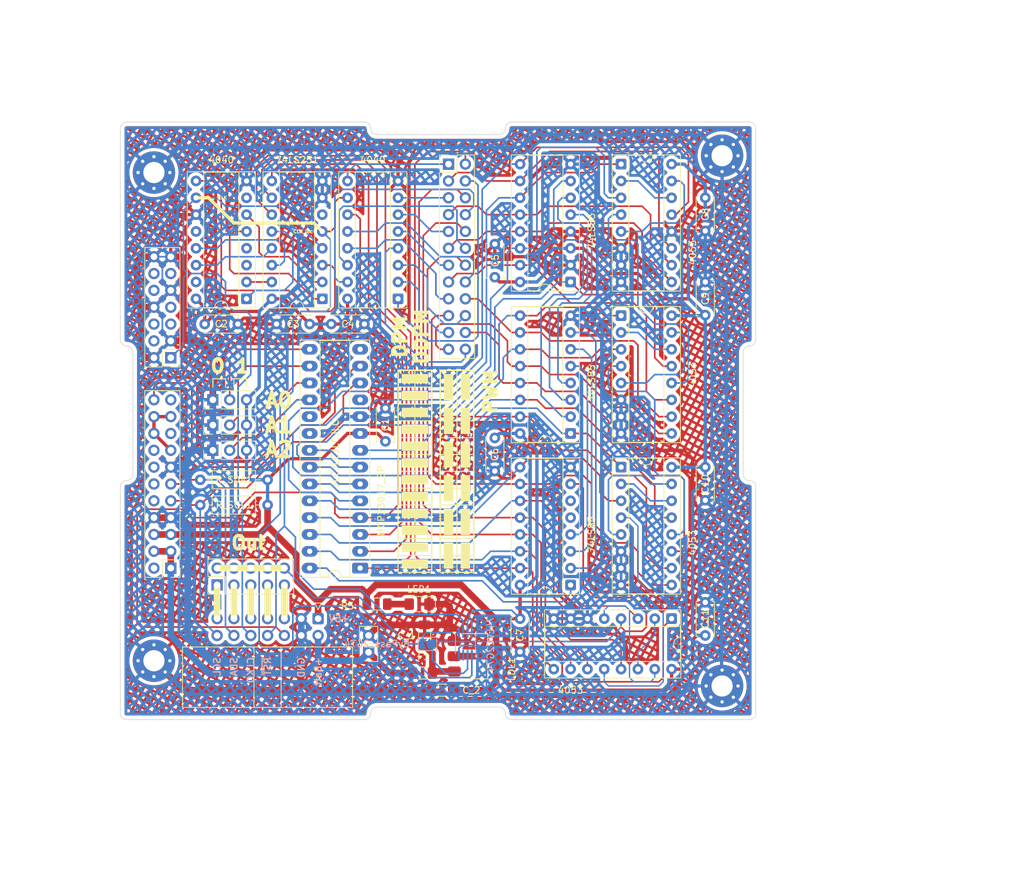
<source format=kicad_pcb>
(kicad_pcb (version 20241229) (generator "pcbnew") (generator_version "9.0")
  (layers (0 "F.Cu" signal) (2 "B.Cu" signal) (13 "F.Paste" user) (15 "B.Paste" user) (5 "F.SilkS" user "F.Silkscreen") (7 "B.SilkS" user "B.Silkscreen") (1 "F.Mask" user) (3 "B.Mask" user) (25 "Edge.Cuts" user))
  (net 0 "")
  (net 1 "DPM")
  (net 2 "Net-(JP1-C)")
  (net 3 "Clock")
  (net 4 "Net-(JP2-C)")
  (net 5 "Net-(JP3-C)")
  (net 6 "/CNT_A0")
  (net 7 "/CNT_A1")
  (net 8 "/Q3")
  (net 9 "/CNT_A2")
  (net 10 "/Q7")
  (net 11 "Ground")
  (net 12 "/Vin")
  (net 13 "/CNT_A3")
  (net 14 "VBatt")
  (net 15 "Net-(LED1-A)")
  (net 16 "/CNT_A4")
  (net 17 "/Q1")
  (net 18 "/CNT_A5")
  (net 19 "/Q4")
  (net 20 "/CNT_A6")
  (net 21 "/Q5")
  (net 22 "SDA")
  (net 23 "/CNT_A7")
  (net 24 "/CNT_A8")
  (net 25 "/Q8")
  (net 27 "/Q9")
  (net 29 "/CNT_A9")
  (net 32 "/Q10")
  (net 33 "/CNT_A11")
  (net 34 "SCL")
  (net 35 "/Q6")
  (net 36 "/Q2")
  (net 37 "/Q0")
  (net 38 "/Q11")
  (net 39 "~{Reset}")
  (net 40 "/A1")
  (net 41 "/A3")
  (net 42 "/A2")
  (net 43 "/A0")
  (net 44 "~{CntEN}")
  (net 45 "/A10")
  (net 46 "PreScaler1")
  (net 47 "PreScaler2")
  (net 48 "/A7")
  (net 49 "/A8")
  (net 50 "/A9")
  (net 51 "/A11")
  (net 52 "/A5")
  (net 53 "/A4")
  (net 54 "PreScaler0")
  (net 55 "/A6")
  (net 56 "Net-(U25-Oa=b)")
  (net 57 "Net-(U25-Oa>b)")
  (net 58 "Net-(U25-Oa<b)")
  (net 59 "Net-(U28-Oa=b)")
  (net 60 "Net-(U28-Oa>b)")
  (net 61 "Net-(U28-Oa<b)")
  (net 63 "/CNT_A10")
  (net 64 "+5V")
  (net 65 "Net-(J2-Pin_9)")
  (net 66 "Net-(J2-Pin_3)")
  (net 67 "Net-(J2-Pin_5)")
  (net 68 "Net-(J2-Pin_7)")
  (net 69 "Net-(J2-Pin_1)")
  (net 70 "/Clock_loc")
  (net 71 "/Div_64")
  (net 72 "/Div_8")
  (net 73 "/Div_16")
  (net 74 "/Div_4096")
  (net 75 "/Div_1024")
  (net 76 "/Div_2")
  (net 77 "/Div_256")
  (net 81 "Net-(ByPass_2G74-B)")
  (net 82 "/Bus de fond panier/CAN_0_L")
  (net 83 "/Bus de fond panier/ModBus_B")
  (net 84 "/Bus de fond panier/~{PRSNT2}")
  (net 85 "/Bus de fond panier/OSC1")
  (net 86 "/Bus de fond panier/ModBus_A")
  (net 87 "/Bus de fond panier/CAN_0_H")
  (net 88 "/Bus de fond panier/OSC2")
  (net 89 "/Bus de fond panier/SPI_CIPO")
  (net 90 "/Bus de fond panier/~{SPI_CS3}")
  (net 91 "/Bus de fond panier/~{SPI_CS1}")
  (net 92 "/Bus de fond panier/~{PRSNT1}")
  (net 93 "/Bus de fond panier/+3.3V")
  (net 94 "/Bus de fond panier/SPI_CLK")
  (net 95 "/Bus de fond panier/~{SPI_CS2}")
  (net 96 "/Bus de fond panier/SPI_COPI")
  (net 102 "Net-(U7-X)")
  (net 103 "Net-(U7-Y)")
  (net 104 "Net-(U10-X0)")
  (net 105 "Net-(U10-X)")
  (net 106 "Net-(U10-Y)")
  (net 107 "Net-(U10-Z)")
  (net 108 "Net-(U11-Z)")
  (net 109 "Net-(U11-X)")
  (net 110 "Net-(U11-Y)")
  (net 111 "Net-(U12-Y)")
  (net 112 "Net-(U12-X)")
  (footprint "Resistor_THT:R_Axial_DIN0207_L6.3mm_D2.5mm_P10.16mm_Horizontal" (layer "F.Cu") (at 53.34 102.235)
    (property "Reference" "R_SCL1")
    (property "Value" "4.7 kOhm")
  )
  (footprint "Connector_PinHeader_2.54mm:PinHeader_2x05_P2.54mm_Vertical" (layer "F.Cu") (at 55.88 114.3 90)
    (property "Reference" "J2" (hide yes))
    (property "Value" "Conn_02x05_Odd_Even")
  )
  (footprint "Resistor_THT:R_Axial_DIN0207_L6.3mm_D2.5mm_P10.16mm_Horizontal" (layer "F.Cu") (at 53.34 98.425)
    (property "Reference" "R_SDA1")
    (property "Value" "4.7 kOhm")
  )
  (footprint "Capacitor_THT:C_Disc_D5.0mm_W2.5mm_P5.00mm" (layer "F.Cu") (at 129.54 116.92 -90)
    (property "Reference" "C11")
    (property "Value" "0.1µF")
  )
  (footprint "Package_DIP:DIP-16_W7.62mm_Socket" (layer "F.Cu") (at 109.22 91.44 180)
    (property "Reference" "U28" (hide yes))
    (property "Value" "74LS85")
  )
  (footprint "Package_DIP:DIP-16_W7.62mm_Socket" (layer "F.Cu") (at 60.325 71.12 180)
    (property "Reference" "U9" (hide yes))
    (property "Value" "4040")
  )
  (footprint "MountingHole:MountingHole_3.2mm_M3_Pad_Via" (layer "F.Cu") (at 46.355 125.73)
    (property "Reference" "H1" (hide yes))
    (property "Value" "MountingHole_Pad")
  )
  (footprint "MountingHole:MountingHole_3.2mm_M3_Pad_Via" (layer "F.Cu") (at 132.08 129.54)
    (property "Reference" "H3" (hide yes))
    (property "Value" "MountingHole_Pad")
  )
  (footprint "Capacitor_THT:C_Disc_D5.0mm_W2.5mm_P5.00mm" (layer "F.Cu") (at 59.015 74.93 180)
    (property "Reference" "C2")
    (property "Value" "0.1µF")
  )
  (footprint "MountingHole:MountingHole_3.2mm_M3_Pad_Via" (layer "F.Cu") (at 132.08 49.53)
    (property "Reference" "H4" (hide yes))
    (property "Value" "MountingHole_Pad")
  )
  (footprint "Package_DIP:DIP-16_W7.62mm_Socket" (layer "F.Cu") (at 83.185 71.12 180)
    (property "Reference" "U8" (hide yes))
    (property "Value" "4040")
  )
  (footprint "Capacitor_THT:C_Disc_D5.0mm_W2.5mm_P5.00mm" (layer "F.Cu") (at 97.79 62.865 -90)
    (property "Reference" "C5")
    (property "Value" "0.1µF")
  )
  (footprint "Capacitor_SMD:C_1206_3216Metric_Pad1.33x1.80mm_HandSolder" (layer "F.Cu") (at 89.809148 130.175)
    (property "Reference" "C_2")
    (property "Value" "4.7µF")
  )
  (footprint "Package_DIP:DIP-16_W7.62mm_Socket" (layer "F.Cu") (at 116.84 73.66)
    (property "Reference" "U10" (hide yes))
    (property "Value" "4053")
  )
  (footprint "Fuse:Fuse_1206_3216Metric_Pad1.42x1.75mm_HandSolder" (layer "F.Cu") (at 86.882125 127.588562)
    (property "Reference" "F1")
    (property "Value" ".75A")
  )
  (footprint "Package_DIP:DIP-16_W7.62mm_Socket" (layer "F.Cu") (at 116.84 96.52)
    (property "Reference" "U11" (hide yes))
    (property "Value" "4053")
  )
  (footprint "Connector_PinHeader_2.54mm:PinHeader_2x07_P2.54mm_Vertical" (layer "F.Cu") (at 48.895 80.01 180)
    (property "Reference" "PCIe_CAN_1" (hide yes))
    (property "Value" "Conn_02x07_Odd_Even")
  )
  (footprint "Package_DIP:DIP-16_W7.62mm_Socket" (layer "F.Cu") (at 71.755 71.12 180)
    (property "Reference" "U1" (hide yes))
    (property "Value" "74LS251")
  )
  (footprint "Package_DIP:DIP-28_W7.62mm_Socket_LongPads" (layer "F.Cu") (at 77.47 111.76 180)
    (property "Reference" "U4" (hide yes))
    (property "Value" "MCP23017_SP")
  )
  (footprint "Package_DIP:DIP-16_W7.62mm_Socket" (layer "F.Cu") (at 124.46 119.38 -90)
    (property "Reference" "U12" (hide yes))
    (property "Value" "4053")
  )
  (footprint "Capacitor_THT:C_Disc_D5.0mm_W2.5mm_P5.00mm" (layer "F.Cu") (at 97.79 97.115 90)
    (property "Reference" "C6")
    (property "Value" "0.1µF")
  )
  (footprint "Connector_PinHeader_2.54mm:PinHeader_1x03_P2.54mm_Vertical" (layer "F.Cu") (at 55.245 90.17 90)
    (property "Reference" "JP2" (hide yes))
    (property "Value" "Jumper_3_Open")
  )
  (footprint "Package_TO_SOT_SMD:SOT-223-3_TabPin2" (layer "F.Cu") (at 94.814625 125.048562)
    (property "Reference" "LDL1")
    (property "Value" "LDL1117")
  )
  (footprint "Capacitor_THT:C_Disc_D5.0mm_W2.5mm_P5.00mm" (layer "F.Cu") (at 129.54 68.58 -90)
    (property "Reference" "C9")
    (property "Value" "0.1µF")
  )
  (footprint "Connector_PinHeader_2.54mm:PinHeader_1x02_P2.54mm_Vertical" (layer "F.Cu") (at 78.74 124.46 180)
    (property "Reference" "J_VIN_0" (hide yes))
    (property "Value" "Conn_01x02" (hide yes))
  )
  (footprint "Resistor_SMD:R_1206_3216Metric_Pad1.30x1.75mm_HandSolder" (layer "F.Cu") (at 80.01 117.188562)
    (property "Reference" "R5")
    (property "Value" "1K")
  )
  (footprint "Connector_IDC:IDC-Header_2x07_P2.54mm_Horizontal" (layer "F.Cu") (at 71.12 119.38 -90)
    (property "Reference" "JP4" (hide yes))
    (property "Value" "IDC-14")
  )
  (footprint "Package_DIP:DIP-16_W7.62mm_Socket" (layer "F.Cu") (at 109.22 114.3 180)
    (property "Reference" "U31" (hide yes))
    (property "Value" "74LS85")
  )
  (footprint "Package_DIP:DIP-16_W7.62mm_Socket" (layer "F.Cu") (at 116.84 50.8)
    (property "Reference" "U7" (hide yes))
    (property "Value" "4053")
  )
  (footprint "Capacitor_THT:C_Disc_D5.0mm_W2.5mm_P5.00mm" (layer "F.Cu") (at 129.54 60.88 90)
    (property "Reference" "C8")
    (property "Value" "0.1µF")
  )
  (footprint "Capacitor_THT:C_Disc_D5.0mm_W2.5mm_P5.00mm" (layer "F.Cu") (at 81.28 87.63 -90)
    (property "Reference" "C1")
    (property "Value" "0.1µF")
  )
  (footprint "Connector_PinHeader_2.54mm:PinHeader_2x12_P2.54mm_Vertical" (layer "F.Cu") (at 90.805 50.8)
    (property "Reference" "J1" (hide yes))
    (property "Value" "Conn_02x12_Odd_Even")
  )
  (footprint "MountingHole:MountingHole_3.2mm_M3_Pad_Via" (layer "F.Cu") (at 46.355 52.07)
    (property "Reference" "H2" (hide yes))
    (property "Value" "MountingHole_Pad")
  )
  (footprint "Connector_PinHeader_2.54mm:PinHeader_1x03_P2.54mm_Vertical" (layer "F.Cu") (at 55.245 93.98 90)
    (property "Reference" "JP1" (hide yes))
    (property "Value" "Jumper_3_Open")
  )
  (footprint "LED_SMD:LED_1206_3216Metric_Pad1.42x1.75mm_HandSolder" (layer "F.Cu") (at 86.36 117.188562 180)
    (property "Reference" "LED1")
    (property "Value" "LED")
  )
  (footprint "Capacitor_THT:C_Disc_D5.0mm_W2.5mm_P5.00mm" (layer "F.Cu") (at 78.105 74.93 180)
    (property "Reference" "C4")
    (property "Value" "0.1µF")
  )
  (footprint "Capacitor_THT:C_Disc_D5.0mm_W2.5mm_P5.00mm" (layer "F.Cu") (at 64.85 74.93)
    (property "Reference" "C3")
    (property "Value" "0.1µF")
  )
  (footprint "Capacitor_SMD:C_1206_3216Metric_Pad1.33x1.80mm_HandSolder" (layer "F.Cu") (at 87.194625 121.873562 -90)
    (property "Reference" "C_1")
    (property "Value" "4.7µF")
  )
  (footprint "Package_DIP:DIP-16_W7.62mm_Socket" (layer "F.Cu") (at 109.22 68.58 180)
    (property "Reference" "U25" (hide yes))
    (property "Value" "74LS85")
  )
  (footprint "Capacitor_THT:C_Disc_D5.0mm_W2.5mm_P5.00mm" (layer "F.Cu") (at 129.54 101.52 90)
    (property "Reference" "C10")
    (property "Value" "0.1µF")
  )
  (footprint "Connector_PinHeader_2.54mm:PinHeader_2x11_P2.54mm_Vertical" (layer "F.Cu") (at 48.895 111.76 180)
    (property "Reference" "PCIe_SPI_1" (hide yes))
    (property "Value" "Conn_02x11_Odd_Even")
  )
  (footprint "Connector_PinHeader_2.54mm:PinHeader_1x03_P2.54mm_Vertical" (layer "F.Cu") (at 55.245 86.36 90)
    (property "Reference" "JP3" (hide yes))
    (property "Value" "Jumper_3_Open")
  )
  (footprint "Capacitor_THT:C_Disc_D5.0mm_W2.5mm_P5.00mm" (layer "F.Cu") (at 101.6 124.38 90)
    (property "Reference" "C7")
    (property "Value" "0.1µF")
  )
  (footprint "Jumper:SolderJumper-2_P1.3mm_Open_TrianglePad1.0x1.5mm" (layer "B.Cu") (at 87.63 123.19 180)
    (property "Reference" "ByPass_2G74")
    (property "Value" "SolderJumper_2_Open")
  )
  (footprint "Package_SO:SSOP-8_2.95x2.8mm_P0.65mm" (layer "B.Cu") (at 93.345 123.19 90)
    (property "Reference" "U2" (hide yes))
    (property "Value" "74LVC2G74")
  )
  (gr_line (start 55.88 119.38) (end 55.88 114.3) (stroke (width 1)) (layer "F.SilkS"))
  (gr_rect (start 83.185 81.915) (end 88.265 107.315) (stroke (width 0.15)) (fill no) (layer "F.SilkS"))
  (gr_rect (start 90.17 107.95) (end 91.44 111.76) (stroke (width 0.15)) (fill yes) (layer "F.SilkS"))
  (gr_rect (start 83.82 100.33) (end 87.63 101.6) (stroke (width 0.15)) (fill yes) (layer "F.SilkS"))
  (gr_rect (start 89.535 81.915) (end 94.615 102.235) (stroke (width 0.15)) (fill no) (layer "F.SilkS"))
  (gr_rect (start 83.82 107.95) (end 87.63 109.22) (stroke (width 0.15)) (fill yes) (layer "F.SilkS"))
  (gr_rect (start 83.82 105.41) (end 87.63 106.68) (stroke (width 0.15)) (fill yes) (layer "F.SilkS"))
  (gr_rect (start 92.71 87.63) (end 93.98 91.44) (stroke (width 0.15)) (fill yes) (layer "F.SilkS"))
  (gr_rect (start 83.185 81.915) (end 88.265 94.615) (stroke (width 0.15)) (fill no) (layer "F.SilkS"))
  (gr_line (start 66.04 111.76) (end 55.88 111.76) (stroke (width 1)) (layer "F.SilkS"))
  (gr_line (start 58.42 59.69) (end 54.61 55.88) (stroke (width 0.5)) (layer "F.SilkS"))
  (gr_rect (start 83.82 97.79) (end 87.63 99.06) (stroke (width 0.15)) (fill yes) (layer "F.SilkS"))
  (gr_line (start 57.15 83.185) (end 57.15 84.455) (stroke (width 0.15)) (layer "F.SilkS"))
  (gr_rect (start 89.535 81.915) (end 94.615 94.615) (stroke (width 0.15)) (fill no) (layer "F.SilkS"))
  (gr_line (start 60.325 83.185) (end 60.325 84.455) (stroke (width 0.15)) (layer "F.SilkS"))
  (gr_rect (start 83.185 81.915) (end 88.265 109.855) (stroke (width 0.15)) (fill no) (layer "F.SilkS"))
  (gr_rect (start 83.82 82.55) (end 87.63 83.82) (stroke (width 0.15)) (fill yes) (layer "F.SilkS"))
  (gr_rect (start 83.82 90.17) (end 87.63 91.44) (stroke (width 0.15)) (fill yes) (layer "F.SilkS"))
  (gr_rect (start 89.535 81.915) (end 94.615 99.695) (stroke (width 0.15)) (fill no) (layer "F.SilkS"))
  (gr_rect (start 89.535 81.915) (end 94.615 86.995) (stroke (width 0.15)) (fill no) (layer "F.SilkS"))
  (gr_line (start 52.705 55.88) (end 54.61 55.88) (stroke (width 0.5)) (layer "F.SilkS"))
  (gr_rect (start 90.17 92.71) (end 91.44 96.52) (stroke (width 0.15)) (fill yes) (layer "F.SilkS"))
  (gr_rect (start 83.185 81.915) (end 88.265 102.235) (stroke (width 0.15)) (fill no) (layer "F.SilkS"))
  (gr_rect (start 85.725 81.915) (end 88.265 112.395) (stroke (width 0.15)) (fill no) (layer "F.SilkS"))
  (gr_rect (start 89.535 81.915) (end 94.615 92.075) (stroke (width 0.15)) (fill no) (layer "F.SilkS"))
  (gr_rect (start 90.17 97.79) (end 91.44 101.6) (stroke (width 0.15)) (fill yes) (layer "F.SilkS"))
  (gr_rect (start 89.535 81.915) (end 94.615 104.775) (stroke (width 0.15)) (fill no) (layer "F.SilkS"))
  (gr_rect (start 83.82 87.63) (end 87.63 88.9) (stroke (width 0.15)) (fill yes) (layer "F.SilkS"))
  (gr_rect (start 92.71 102.87) (end 93.98 106.68) (stroke (width 0.15)) (fill yes) (layer "F.SilkS"))
  (gr_rect (start 83.82 95.25) (end 87.63 96.52) (stroke (width 0.15)) (fill yes) (layer "F.SilkS"))
  (gr_rect (start 83.185 81.915) (end 88.265 89.535) (stroke (width 0.15)) (fill no) (layer "F.SilkS"))
  (gr_rect (start 92.71 97.79) (end 93.98 101.6) (stroke (width 0.15)) (fill yes) (layer "F.SilkS"))
  (gr_rect (start 89.535 81.915) (end 94.615 107.315) (stroke (width 0.15)) (fill no) (layer "F.SilkS"))
  (gr_rect (start 89.535 81.915) (end 94.615 109.855) (stroke (width 0.15)) (fill no) (layer "F.SilkS"))
  (gr_rect (start 83.82 92.71) (end 87.63 93.98) (stroke (width 0.15)) (fill yes) (layer "F.SilkS"))
  (gr_rect (start 83.82 85.09) (end 87.63 86.36) (stroke (width 0.15)) (fill yes) (layer "F.SilkS"))
  (gr_line (start 63.5 119.38) (end 63.5 114.3) (stroke (width 1)) (layer "F.SilkS"))
  (gr_rect (start 83.185 81.915) (end 88.265 86.995) (stroke (width 0.15)) (fill no) (layer "F.SilkS"))
  (gr_rect (start 89.535 81.915) (end 94.615 97.155) (stroke (width 0.15)) (fill no) (layer "F.SilkS"))
  (gr_line (start 55.245 83.185) (end 57.15 83.185) (stroke (width 0.15)) (layer "F.SilkS"))
  (gr_line (start 55.245 84.455) (end 55.245 83.185) (stroke (width 0.15)) (layer "F.SilkS"))
  (gr_rect (start 83.82 110.49) (end 87.63 111.76) (stroke (width 0.15)) (fill yes) (layer "F.SilkS"))
  (gr_rect (start 89.535 81.915) (end 94.615 89.535) (stroke (width 0.15)) (fill no) (layer "F.SilkS"))
  (gr_rect (start 83.185 81.915) (end 88.265 104.775) (stroke (width 0.15)) (fill no) (layer "F.SilkS"))
  (gr_rect (start 92.075 81.915) (end 94.615 112.395) (stroke (width 0.15)) (fill no) (layer "F.SilkS"))
  (gr_rect (start 83.185 81.915) (end 88.265 112.395) (stroke (width 0.15)) (fill no) (layer "F.SilkS"))
  (gr_line (start 58.42 59.69) (end 70.485 59.69) (stroke (width 0.5)) (layer "F.SilkS"))
  (gr_rect (start 83.185 81.915) (end 88.265 97.155) (stroke (width 0.15)) (fill no) (layer "F.SilkS"))
  (gr_line (start 71.755 60.96) (end 70.485 59.69) (stroke (width 0.5)) (layer "F.SilkS"))
  (gr_line (start 58.42 119.38) (end 58.42 114.3) (stroke (width 1)) (layer "F.SilkS"))
  (gr_rect (start 83.185 81.915) (end 88.265 99.695) (stroke (width 0.15)) (fill no) (layer "F.SilkS"))
  (gr_rect (start 92.71 82.55) (end 93.98 86.36) (stroke (width 0.15)) (fill yes) (layer "F.SilkS"))
  (gr_rect (start 92.71 92.71) (end 93.98 96.52) (stroke (width 0.15)) (fill yes) (layer "F.SilkS"))
  (gr_rect (start 92.71 107.95) (end 93.98 111.76) (stroke (width 0.15)) (fill yes) (layer "F.SilkS"))
  (gr_rect (start 90.17 102.87) (end 91.44 106.68) (stroke (width 0.15)) (fill yes) (layer "F.SilkS"))
  (gr_rect (start 83.185 81.915) (end 88.265 92.075) (stroke (width 0.15)) (fill no) (layer "F.SilkS"))
  (gr_rect (start 90.17 87.63) (end 91.44 91.44) (stroke (width 0.15)) (fill yes) (layer "F.SilkS"))
  (gr_line (start 60.96 119.38) (end 60.96 114.3) (stroke (width 1)) (layer "F.SilkS"))
  (gr_rect (start 83.82 102.87) (end 87.63 104.14) (stroke (width 0.15)) (fill yes) (layer "F.SilkS"))
  (gr_rect (start 83.185 81.915) (end 88.265 84.455) (stroke (width 0.15)) (fill no) (layer "F.SilkS"))
  (gr_line (start 66.04 119.38) (end 66.04 114.3) (stroke (width 1)) (layer "F.SilkS"))
  (gr_line (start 58.42 84.455) (end 58.42 83.185) (stroke (width 0.15)) (layer "F.SilkS"))
  (gr_rect (start 90.17 82.55) (end 91.44 86.36) (stroke (width 0.15)) (fill yes) (layer "F.SilkS"))
  (gr_line (start 58.42 83.185) (end 60.325 83.185) (stroke (width 0.15)) (layer "F.SilkS"))
  (gr_rect (start 89.535 81.915) (end 94.615 112.395) (stroke (width 0.15)) (fill no) (layer "F.SilkS"))
  (gr_rect (start 89.535 81.915) (end 94.615 84.455) (stroke (width 0.15)) (fill no) (layer "F.SilkS"))
  (gr_line (start 43.179999 97.5995) (end 43.179999 79.1845) (stroke (width 0.1)) (layer "Edge.Cuts"))
  (gr_arc (start 79.070199 133.6675) (mid 79.34918 132.99398) (end 80.022699 132.715) (stroke (width 0.1)) (layer "Edge.Cuts"))
  (gr_arc (start 99.364799 45.4025) (mid 99.64378 44.72898) (end 100.317299 44.45) (stroke (width 0.1)) (layer "Edge.Cuts"))
  (gr_arc (start 42.227499 134.62) (mid 41.55398 134.341019) (end 41.274999 133.6675) (stroke (width 0.1)) (layer "Edge.Cuts"))
  (gr_arc (start 43.179999 97.5995) (mid 42.901018 98.273019) (end 42.227499 98.552) (stroke (width 0.1)) (layer "Edge.Cuts"))
  (gr_arc (start 41.274999 45.4025) (mid 41.55398 44.72898) (end 42.227499 44.45) (stroke (width 0.1)) (layer "Edge.Cuts"))
  (gr_arc (start 41.274999 99.5045) (mid 41.55398 98.83098) (end 42.227499 98.552) (stroke (width 0.1)) (layer "Edge.Cuts"))
  (gr_arc (start 42.227499 78.232) (mid 42.901019 78.51098) (end 43.179999 79.1845) (stroke (width 0.1)) (layer "Edge.Cuts"))
  (gr_arc (start 99.364799 45.4025) (mid 99.085818 46.076019) (end 98.412299 46.355) (stroke (width 0.1)) (layer "Edge.Cuts"))
  (gr_line (start 80.022699 46.355) (end 98.412299 46.355) (stroke (width 0.1)) (layer "Edge.Cuts"))
  (gr_arc (start 136.207499 98.552) (mid 135.53398 98.273019) (end 135.254999 97.5995) (stroke (width 0.1)) (layer "Edge.Cuts"))
  (gr_line (start 137.159999 77.2795) (end 137.159999 45.4025) (stroke (width 0.1)) (layer "Edge.Cuts"))
  (gr_arc (start 98.412299 132.715) (mid 99.085819 132.99398) (end 99.364799 133.6675) (stroke (width 0.1)) (layer "Edge.Cuts"))
  (gr_line (start 137.159999 133.6675) (end 137.159999 99.5045) (stroke (width 0.1)) (layer "Edge.Cuts"))
  (gr_arc (start 79.070199 133.6675) (mid 78.791218 134.341019) (end 78.117699 134.62) (stroke (width 0.1)) (layer "Edge.Cuts"))
  (gr_line (start 42.227499 134.62) (end 78.117699 134.62) (stroke (width 0.1)) (layer "Edge.Cuts"))
  (gr_line (start 41.274999 133.6675) (end 41.274999 99.5045) (stroke (width 0.1)) (layer "Edge.Cuts"))
  (gr_line (start 42.227499 44.45) (end 78.117699 44.45) (stroke (width 0.1)) (layer "Edge.Cuts"))
  (gr_arc (start 136.207499 98.552) (mid 136.881019 98.83098) (end 137.159999 99.5045) (stroke (width 0.1)) (layer "Edge.Cuts"))
  (gr_arc (start 137.159999 77.2795) (mid 136.881018 77.953019) (end 136.207499 78.232) (stroke (width 0.1)) (layer "Edge.Cuts"))
  (gr_arc (start 100.317299 134.62) (mid 99.64378 134.341019) (end 99.364799 133.6675) (stroke (width 0.1)) (layer "Edge.Cuts"))
  (gr_line (start 135.254999 97.5995) (end 135.254999 79.1845) (stroke (width 0.1)) (layer "Edge.Cuts"))
  (gr_arc (start 78.117699 44.45) (mid 78.791219 44.72898) (end 79.070199 45.4025) (stroke (width 0.1)) (layer "Edge.Cuts"))
  (gr_arc (start 80.022699 46.355) (mid 79.34918 46.076019) (end 79.070199 45.4025) (stroke (width 0.1)) (layer "Edge.Cuts"))
  (gr_line (start 100.317299 44.45) (end 136.207499 44.45) (stroke (width 0.1)) (layer "Edge.Cuts"))
  (gr_arc (start 135.254999 79.1845) (mid 135.53398 78.51098) (end 136.207499 78.232) (stroke (width 0.1)) (layer "Edge.Cuts"))
  (gr_arc (start 137.159999 133.6675) (mid 136.881018 134.341019) (end 136.207499 134.62) (stroke (width 0.1)) (layer "Edge.Cuts"))
  (gr_line (start 100.317299 134.62) (end 136.207499 134.62) (stroke (width 0.1)) (layer "Edge.Cuts"))
  (gr_line (start 80.022699 132.715) (end 98.412299 132.715) (stroke (width 0.1)) (layer "Edge.Cuts"))
  (gr_line (start 41.274999 77.2795) (end 41.274999 45.4025) (stroke (width 0.1)) (layer "Edge.Cuts"))
  (gr_arc (start 136.207499 44.45) (mid 136.881019 44.72898) (end 137.159999 45.4025) (stroke (width 0.1)) (layer "Edge.Cuts"))
  (gr_arc (start 42.227499 78.232) (mid 41.55398 77.953019) (end 41.274999 77.2795) (stroke (width 0.1)) (layer "Edge.Cuts"))
  (gr_text "CLK_loc" (at 67.31 60.96 0) (layer "F.SilkS") (effects (font (size 0.5 0.5) (thickness 0.125) (bold yes)) (justify left)))
  (gr_text "0 1" (at 54.61 81.28 0) (layer "F.SilkS") (effects (font (size 2 2.2) (thickness 0.5) (bold yes)) (justify left)))
  (gr_text "JLCJLCJLCJLC" (at 74.295 99.695 90) (layer "F.SilkS") (effects (font (size 1 1)) (justify left bottom)))
  (gr_text "Out" (at 57.785 107.95 0) (layer "F.SilkS") (effects (font (size 2 2) (thickness 0.5) (bold yes)) (justify left)))
  (gr_text "DPM\nDDPM" (at 85.09 76.835 90) (layer "F.SilkS") (effects (font (size 2 2) (thickness 0.5) (bold yes))))
  (gr_text "A0\nA1\nA2" (at 62.865 90.17 0) (layer "F.SilkS") (effects (font (size 2.3 2.2) (thickness 0.5) (bold yes)) (justify left)))
  (gr_text "CLK" (at 55.88 55.88 0) (layer "F.SilkS") (effects (font (size 0.5 0.5) (thickness 0.125) (bold yes)) (justify left)))
  (gr_text "PWM" (at 97.155 85.09 90) (layer "F.SilkS") (effects (font (size 2 2) (thickness 0.5) (bold yes))))
  (gr_text "+Batt" (at 71.12 125.095 90) (layer "B.SilkS") (effects (font (size 1 1) (thickness 0.2) (bold yes)) (justify left mirror)))
  (gr_text "+5V" (at 74.295 119.38 0) (layer "B.SilkS") (effects (font (size 1 1) (thickness 0.2) (bold yes)) (justify mirror)))
  (gr_text "SDA" (at 58.42 125.095 90) (layer "B.SilkS") (effects (font (size 1 1) (thickness 0.2) (bold yes)) (justify left mirror)))
  (gr_text "GND" (at 68.58 125.095 90) (layer "B.SilkS") (effects (font (size 1 1) (thickness 0.2) (bold yes)) (justify left mirror)))
  (gr_text "SCL" (at 55.88 125.095 90) (layer "B.SilkS") (effects (font (size 1 1) (thickness 0.2) (bold yes)) (justify left mirror)))
  (gr_text "CLKO" (at 60.96 125.095 90) (layer "B.SilkS") (effects (font (size 1 1) (thickness 0.2) (bold yes)) (justify left mirror)))
  (gr_text "~{RST}" (at 63.5 125.095 90) (layer "B.SilkS") (effects (font (size 1 1) (thickness 0.2) (bold yes)) (justify left mirror)))
  (segment (start 118.745 116.205) (end 113.03 116.205) (width 0.25) (layer "F.Cu") (net 1))
  (segment (start 110.49 99.06) (end 109.22 99.06) (width 0.25) (layer "F.Cu") (net 1))
  (segment (start 120.015 121.285) (end 120.65 120.65) (width 0.25) (layer "F.Cu") (net 1))
  (segment (start 117.475 121.285) (end 120.015 121.285) (width 0.25) (layer "F.Cu") (net 1))
  (segment (start 120.65 120.65) (end 120.65 118.11) (width 0.25) (layer "F.Cu") (net 1))
  (segment (start 111.125 99.695) (end 110.49 99.06) (width 0.25) (layer "F.Cu") (net 1))
  (segment (start 116.84 119.38) (end 116.84 120.65) (width 0.25) (layer "F.Cu") (net 1))
  (segment (start 120.65 118.11) (end 118.745 116.205) (width 0.25) (layer "F.Cu") (net 1))
  (segment (start 111.125 114.3) (end 111.125 99.695) (width 0.25) (layer "F.Cu") (net 1))
  (segment (start 113.03 116.205) (end 111.125 114.3) (width 0.25) (layer "F.Cu") (net 1))
  (segment (start 116.84 120.65) (end 117.475 121.285) (width 0.25) (layer "F.Cu") (net 1))
  (segment (start 88.683365 122.861635) (end 88.355 123.19) (width 0.3) (layer "B.Cu") (net 1))
  (segment (start 88.355 123.19) (end 88.355 125.64) (width 0.25) (layer "B.Cu") (net 1))
  (segment (start 93.67 127) (end 93.67 124.89) (width 0.25) (layer "B.Cu") (net 1))
  (segment (start 93.035 127.635) (end 93.67 127) (width 0.25) (layer "B.Cu") (net 1))
  (segment (start 114.663037 122.826963) (end 88.718037 122.826963) (width 0.25) (layer "B.Cu") (net 1))
  (segment (start 116.84 120.65) (end 114.663037 122.826963) (width 0.25) (layer "B.Cu") (net 1))
  (segment (start 88.355 125.64) (end 90.35 127.635) (width 0.25) (layer "B.Cu") (net 1))
  (segment (start 116.84 119.38) (end 116.84 120.65) (width 0.25) (layer "B.Cu") (net 1))
  (segment (start 90.35 127.635) (end 93.035 127.635) (width 0.25) (layer "B.Cu") (net 1))
  (segment (start 88.718037 122.826963) (end 88.355 123.19) (width 0.25) (layer "B.Cu") (net 1))
  (segment (start 61.595 92.075) (end 59.69 92.075) (width 0.25) (layer "F.Cu") (net 2))
  (segment (start 62.5475 89.2175) (end 62.5475 91.1225) (width 0.25) (layer "F.Cu") (net 2))
  (segment (start 67.945 83.82) (end 62.5475 89.2175) (width 0.25) (layer "F.Cu") (net 2))
  (segment (start 69.85 83.82) (end 67.945 83.82) (width 0.25) (layer "F.Cu") (net 2))
  (segment (start 59.69 92.075) (end 57.785 93.98) (width 0.25) (layer "F.Cu") (net 2))
  (segment (start 62.5475 91.1225) (end 61.595 92.075) (width 0.25) (layer "F.Cu") (net 2))
  (segment (start 50.8 78.105) (end 48.895 80.01) (width 0.25) (layer "B.Cu") (net 3))
  (segment (start 60.96 82.55) (end 59.055 84.455) (width 0.25) (layer "B.Cu") (net 3))
  (segment (start 60.325 73.025) (end 60.96 73.66) (width 0.25) (layer "B.Cu") (net 3))
  (segment (start 51.435 67.31) (end 55.88 67.31) (width 0.25) (layer "B.Cu") (net 3))
  (segment (start 52.705 55.88) (end 50.8 57.785) (width 0.25) (layer "B.Cu") (net 3))
  (segment (start 52.705 55.88) (end 55.88 55.88) (width 0.25) (layer "B.Cu") (net 3))
  (segment (start 60.96 73.66) (end 60.96 82.55) (width 0.25) (layer "B.Cu") (net 3))
  (segment (start 57.15 68.58) (end 57.15 71.755) (width 0.25) (layer "B.Cu") (net 3))
  (segment (start 59.055 101.6) (end 59.69 102.235) (width 0.25) (layer "B.Cu") (net 3))
  (segment (start 58.42 73.025) (end 60.325 73.025) (width 0.25) (layer "B.Cu") (net 3))
  (segment (start 50.8 66.675) (end 51.435 67.31) (width 0.25) (layer "B.Cu") (net 3))
  (segment (start 59.69 102.235) (end 59.69 120.65) (width 0.25) (layer "B.Cu") (net 3))
  (segment (start 55.88 55.88) (end 57.15 57.15) (width 0.25) (layer "B.Cu") (net 3))
  (segment (start 50.8 67.945) (end 50.8 78.105) (width 0.25) (layer "B.Cu") (net 3))
  (segment (start 51.435 67.31) (end 50.8 67.945) (width 0.25) (layer "B.Cu") (net 3))
  (segment (start 65.405 57.15) (end 71.755 63.5) (width 0.25) (layer "B.Cu") (net 3))
  (segment (start 55.88 67.31) (end 57.15 68.58) (width 0.25) (layer "B.Cu") (net 3))
  (segment (start 57.15 57.15) (end 65.405 57.15) (width 0.25) (layer "B.Cu") (net 3))
  (segment (start 57.15 71.755) (end 58.42 73.025) (width 0.25) (layer "B.Cu") (net 3))
  (segment (start 50.8 57.785) (end 50.8 66.675) (width 0.25) (layer "B.Cu") (net 3))
  (segment (start 59.055 84.455) (end 59.055 101.6) (width 0.25) (layer "B.Cu") (net 3))
  (segment (start 59.69 120.65) (end 60.96 121.92) (width 0.25) (layer "B.Cu") (net 3))
  (segment (start 59.055 88.9) (end 57.785 90.17) (width 0.25) (layer "F.Cu") (net 4))
  (segment (start 69.85 81.28) (end 60.325 81.28) (width 0.25) (layer "F.Cu") (net 4))
  (segment (start 59.055 82.55) (end 59.055 88.9) (width 0.25) (layer "F.Cu") (net 4))
  (segment (start 60.325 81.28) (end 59.055 82.55) (width 0.25) (layer "F.Cu") (net 4))
  (segment (start 69.85 78.74) (end 59.055 78.74) (width 0.25) (layer "F.Cu") (net 5))
  (segment (start 59.055 78.74) (end 57.785 80.01) (width 0.25) (layer "F.Cu") (net 5))
  (segment (start 57.785 80.01) (end 57.785 86.36) (width 0.25) (layer "F.Cu") (net 5))
  (segment (start 93.345 49.53) (end 93.345 50.8) (width 0.25) (layer "F.Cu") (net 6))
  (segment (start 85.725 109.855) (end 85.725 50.8) (width 0.25) (layer "F.Cu") (net 6))
  (segment (start 103.505 112.395) (end 103.505 123.825) (width 0.25) (layer "F.Cu") (net 6))
  (segment (start 87.63 111.76) (end 85.725 109.855) (width 0.25) (layer "F.Cu") (net 6))
  (segment (start 103.505 123.825) (end 106.68 127) (width 0.25) (layer "F.Cu") (net 6))
  (segment (start 101.6 111.76) (end 87.63 111.76) (width 0.25) (layer "F.Cu") (net 6))
  (segment (start 87.63 48.895) (end 92.71 48.895) (width 0.25) (layer "F.Cu") (net 6))
  (segment (start 85.725 50.8) (end 87.63 48.895) (width 0.25) (layer "F.Cu") (net 6))
  (segment (start 101.6 111.76) (end 102.87 111.76) (width 0.25) (layer "F.Cu") (net 6))
  (segment (start 102.87 111.76) (end 103.505 112.395) (width 0.25) (layer "F.Cu") (net 6))
  (segment (start 92.71 48.895) (end 93.345 49.53) (width 0.25) (layer "F.Cu") (net 6))
  (segment (start 104.775 107.95) (end 103.505 106.68) (width 0.25) (layer "F.Cu") (net 7))
  (segment (start 109.22 125.73) (end 104.775 121.285) (width 0.25) (layer "F.Cu") (net 7))
  (segment (start 109.22 127) (end 109.22 125.73) (width 0.25) (layer "F.Cu") (net 7))
  (segment (start 104.775 121.285) (end 104.775 107.95) (width 0.25) (layer "F.Cu") (net 7))
  (segment (start 86.36 56.515) (end 86.36 104.775) (width 0.25) (layer "F.Cu") (net 7))
  (segment (start 88.265 106.68) (end 101.6 106.68) (width 0.25) (layer "F.Cu") (net 7))
  (segment (start 92.075 54.61) (end 88.265 54.61) (width 0.25) (layer "F.Cu") (net 7))
  (segment (start 88.265 54.61) (end 86.36 56.515) (width 0.25) (layer "F.Cu") (net 7))
  (segment (start 93.345 55.88) (end 92.075 54.61) (width 0.25) (layer "F.Cu") (net 7))
  (segment (start 103.505 106.68) (end 101.6 106.68) (width 0.25) (layer "F.Cu") (net 7))
  (segment (start 86.36 104.775) (end 88.265 106.68) (width 0.25) (layer "F.Cu") (net 7))
  (segment (start 84.455 60.96) (end 89.535 66.04) (width 0.25) (layer "B.Cu") (net 8))
  (segment (start 89.535 66.04) (end 90.805 66.04) (width 0.25) (layer "B.Cu") (net 8))
  (segment (start 83.185 60.96) (end 84.455 60.96) (width 0.25) (layer "B.Cu") (net 8))
  (segment (start 86.995 102.235) (end 88.9 104.14) (width 0.25) (layer "F.Cu") (net 9))
  (segment (start 108.585 123.825) (end 109.855 123.825) (width 0.25) (layer "F.Cu") (net 9))
  (segment (start 109.855 123.825) (end 111.76 125.73) (width 0.25) (layer "F.Cu") (net 9))
  (segment (start 105.41 106.045) (end 105.41 120.65) (width 0.25) (layer "F.Cu") (net 9))
  (segment (start 88.9 59.69) (end 86.995 61.595) (width 0.25) (layer "F.Cu") (net 9))
  (segment (start 111.76 125.73) (end 111.76 127) (width 0.25) (layer "F.Cu") (net 9))
  (segment (start 105.41 120.65) (end 108.585 123.825) (width 0.25) (layer "F.Cu") (net 9))
  (segment (start 92.075 59.69) (end 88.9 59.69) (width 0.25) (layer "F.Cu") (net 9))
  (segment (start 86.995 61.595) (end 86.995 102.235) (width 0.25) (layer "F.Cu") (net 9))
  (segment (start 103.505 104.14) (end 105.41 106.045) (width 0.25) (layer "F.Cu") (net 9))
  (segment (start 88.9 104.14) (end 101.6 104.14) (width 0.25) (layer "F.Cu") (net 9))
  (segment (start 93.345 60.96) (end 92.075 59.69) (width 0.25) (layer "F.Cu") (net 9))
  (segment (start 101.6 104.14) (end 103.505 104.14) (width 0.25) (layer "F.Cu") (net 9))
  (segment (start 83.82 62.23) (end 88.9 67.31) (width 0.25) (layer "B.Cu") (net 10))
  (segment (start 89.535 71.12) (end 90.805 71.12) (width 0.25) (layer "B.Cu") (net 10))
  (segment (start 88.9 67.31) (end 88.9 70.485) (width 0.25) (layer "B.Cu") (net 10))
  (segment (start 81.28 62.23) (end 83.82 62.23) (width 0.25) (layer "B.Cu") (net 10))
  (segment (start 88.9 70.485) (end 89.535 71.12) (width 0.25) (layer "B.Cu") (net 10))
  (segment (start 75.565 63.5) (end 80.01 63.5) (width 0.25) (layer "B.Cu") (net 10))
  (segment (start 80.01 63.5) (end 81.28 62.23) (width 0.25) (layer "B.Cu") (net 10))
  (segment (start 78.74 121.92) (end 80.348938 120.311062) (width 1) (layer "F.Cu") (net 11))
  (segment (start 81.28 87.63) (end 80.01 88.9) (width 0.5) (layer "F.Cu") (net 11))
  (segment (start 83.185 50.165) (end 83.185 53.34) (width 0.5) (layer "F.Cu") (net 11))
  (segment (start 109.22 50.8) (end 108.585 50.165) (width 0.25) (layer "F.Cu") (net 11))
  (segment (start 81.28 78.105) (end 81.28 87.63) (width 0.5) (layer "F.Cu") (net 11))
  (segment (start 106.045 66.04) (end 109.22 66.04) (width 0.5) (layer "F.Cu") (net 11))
  (segment (start 116.84 86.36) (end 116.205 85.725) (width 0.4) (layer "F.Cu") (net 11))
  (segment (start 69.85 130.175) (end 88.246648 130.175) (width 1) (layer "F.Cu") (net 11))
  (segment (start 44.45 72.39) (end 44.45 79.375) (width 1) (layer "F.Cu") (net 11))
  (segment (start 50.8 65.405) (end 50.8 76.2) (width 1) (layer "F.Cu") (net 11))
  (segment (start 97.79 97.155) (end 97.155 97.79) (width 0.25) (layer "F.Cu") (net 11))
  (segment (start 50.165 77.47) (end 50.8 76.835) (width 1) (layer "F.Cu") (net 11))
  (segment (start 46.355 52.07) (end 49.53 55.245) (width 0.5) (layer "F.Cu") (net 11))
  (segment (start 90.518562 117.188562) (end 87.8475 117.188562) (width 1) (layer "F.Cu") (net 11))
  (segment (start 118.745 114.3) (end 121.365 116.92) (width 0.4) (layer "F.Cu") (net 11))
  (segment (start 48.895 64.77) (end 50.165 64.77) (width 1) (layer "F.Cu") (net 11))
  (segment (start 43.815 65.405) (end 44.45 64.77) (width 1) (layer "F.Cu") (net 11))
  (segment (start 97.79 64.135) (end 98.425 64.77) (width 0.5) (layer "F.Cu") (net 11))
  (segment (start 127.635 95.25) (end 127.635 99.615) (width 0.5) (layer "F.Cu") (net 11))
  (segment (start 104.775 64.77) (end 106.045 66.04) (width 0.5) (layer "F.Cu") (net 11))
  (segment (start 109.22 50.8) (end 109.855 50.165) (width 0.25) (layer "F.Cu") (net 11))
  (segment (start 48.895 104.14) (end 46.355 104.14) (width 1) (layer "F.Cu") (net 11))
  (segment (start 80.348938 120.311062) (end 87.194625 120.311062) (width 1) (layer "F.Cu") (net 11))
  (segment (start 46.355 52.07) (end 46.99 52.07) (width 0.5) (layer "F.Cu") (net 11))
  (segment (start 68.58 121.92) (end 68.58 128.905) (width 1) (layer "F.Cu") (net 11))
  (segment (start 90.977125 120.311062) (end 91.664625 120.998562) (width 1) (layer "F.Cu") (net 11))
  (segment (start 116.84 114.3) (end 118.745 114.3) (width 0.4) (layer "F.Cu") (net 11))
  (segment (start 43.815 71.755) (end 43.815 65.405) (width 1) (layer "F.Cu") (net 11))
  (segment (start 52.705 58.42) (end 49.53 58.42) (width 0.5) (layer "F.Cu") (net 11))
  (segment (start 50.165 48.26) (end 81.28 48.26) (width 0.5) (layer "F.Cu") (net 11))
  (segment (start 98.425 64.77) (end 104.775 64.77) (width 0.5) (layer "F.Cu") (net 11))
  (segment (start 91.664625 120.998562) (end 91.664625 122.748562) (width 1) (layer "F.Cu") (net 11))
  (segment (start 104.775 64.135) (end 104.775 64.77) (width 0.5) (layer "F.Cu") (net 11))
  (segment (start 68.58 128.905) (end 67.315 130.17) (width 1) (layer "F.Cu") (net 11))
  (segment (start 46.355 72.39) (end 44.45 72.39) (width 1) (layer "F.Cu") (net 11))
  (segment (start 121.365 116.92) (end 129.54 116.92) (width 0.4) (layer "F.Cu") (net 11))
  (segment (start 48.895 59.055) (end 48.895 64.77) (width 0.5) (layer "F.Cu") (net 11))
  (segment (start 97.79 97.115) (end 97.79 97.155) (width 0.25) (layer "F.Cu") (net 11))
  (segment (start 90.977125 117.647125) (end 90.518562 117.188562) (width 1) (layer "F.Cu") (net 11))
  (segment (start 64.85 74.93) (end 59.015 74.93) (width 0.5) (layer "F.Cu") (net 11))
  (segment (start 80.01 88.9) (end 77.47 88.9) (width 0.5) (layer "F.Cu") (net 11))
  (segment (start 55.245 79.375) (end 55.245 86.36) (width 1) (layer "F.Cu") (net 11))
  (segment (start 48.895 77.47) (end 50.165 77.47) (width 1) (layer "F.Cu") (net 11))
  (segment (start 50.165 64.77) (end 50.8 65.405) (width 1) (layer "F.Cu") (net 11))
  (segment (start 49.53 55.245) (end 49.53 58.42) (width 0.5) (layer "F.Cu") (net 11))
  (segment (start 97.79 97.115) (end 97.83 97.115) (width 0.25) (layer "F.Cu") (net 11))
  (segment (start 66.755 76.835) (end 76.2 76.835) (width 0.5) (layer "F.Cu") (net 11))
  (segment (start 49.53 58.42) (end 48.895 59.055) (width 0.5) (layer "F.Cu") (net 11))
  (segment (start 127.635 99.615) (end 129.54 101.52) (width 0.5) (layer "F.Cu") (net 11))
  (segment (start 116.84 63.5) (end 114.935 63.5) (width 0.5) (layer "F.Cu") (net 11))
  (segment (start 97.79 97.155) (end 98.425 97.79) (width 0.25) (layer "F.Cu") (net 11))
  (segment (start 90.977125 120.311062) (end 90.977125 117.647125) (width 1) (layer "F.Cu") (net 11))
  (segment (start 129.54 60.88) (end 124.54 60.88) (width 0.5) (layer "F.Cu") (net 11))
  (segment (start 126.365 93.98) (end 127.635 95.25) (width 0.5) (layer "F.Cu") (net 11))
  (segment (start 76.2 76.835) (end 78.105 74.93) (width 0.5) (layer "F.Cu") (net 11))
  (segment (start 51.435 77.47) (end 53.34 77.47) (width 1) (layer "F.Cu") (net 11))
  (segment (start 124.54 60.88) (end 124.46 60.96) (width 0.5) (layer "F.Cu") (net 11))
  (segment (start 44.45 72.39) (end 43.815 71.755) (width 1) (layer "F.Cu") (net 11))
  (segment (start 116.84 86.36) (end 117.475 85.725) (width 0.4) (layer "F.Cu") (net 11))
  (segment (start 97.79 62.865) (end 97.79 64.135) (width 0.5) (layer "F.Cu") (net 11))
  (segment (start 109.22 60.96) (end 112.395 60.96) (width 0.5) (layer "F.Cu") (net 11))
  (segment (start 109.22 73.66) (end 109.855 74.295) (width 0.25) (layer "F.Cu") (net 11))
  (segment (start 107.95 60.96) (end 104.775 64.135) (width 0.5) (layer "F.Cu") (net 11))
  (segment (start 50.795 130.17) (end 46.355 125.73) (width 1) (layer "F.Cu") (net 11))
  (segment (start 53.34 77.47) (end 55.245 79.375) (width 1) (layer "F.Cu") (net 11))
  (segment (start 112.395 60.96) (end 114.935 63.5) (width 0.5) (layer "F.Cu") (net 11))
  (segment (start 50.8 76.835) (end 50.8 76.2) (width 1) (layer "F.Cu") (net 11))
  (segment (start 45.085 80.01) (end 46.355 80.01) (width 1) (layer "F.Cu") (net 11))
  (segment (start 119.38 93.98) (end 126.365 93.98) (width 0.5) (layer "F.Cu") (net 11))
  (segment (start 97.83 97.115) (end 98.425 96.52) (width 0.25) (layer "F.Cu") (net 11))
  (segment (start 78.105 74.93) (end 81.28 78.105) (width 0.5) (layer "F.Cu") (net 11))
  (segment (start 64.85 74.93) (end 66.755 76.835) (width 0.5) (layer "F.Cu") (net 11))
  (segment (start 50.8 76.835) (end 51.435 77.47) (width 1) (layer "F.Cu") (net 11))
  (segment (start 81.28 48.26) (end 83.185 50.165) (width 0.5) (layer "F.Cu") (net 11))
  (segment (start 109.22 60.96) (end 107.95 60.96) (width 0.5) (layer "F.Cu") (net 11))
  (segment (start 97.79 97.115) (end 97.75 97.115) (width 0.25) (layer "F.Cu") (net 11))
  (segment (start 46.355 52.07) (end 50.165 48.26) (width 0.5) (layer "F.Cu") (net 11))
  (segment (start 116.84 91.44) (end 119.38 93.98) (width 0.5) (layer "F.Cu") (net 11))
  (segment (start 87.194625 120.311062) (end 90.977125 120.311062) (width 1) (layer "F.Cu") (net 11))
  (segment (start 109.22 73.66) (end 108.585 74.295) (width 0.25) (layer "F.Cu") (net 11))
  (segment (start 97.75 97.115) (end 97.155 96.52) (width 0.25) (layer "F.Cu") (net 11))
  (segment (start 67.315 130.17) (end 50.795 130.17) (width 1) (layer "F.Cu") (net 11))
  (segment (start 44.45 79.375) (end 45.085 80.01) (width 1) (layer "F.Cu") (net 11))
  (segment (start 44.45 64.77) (end 46.355 64.77) (width 1) (layer "F.Cu") (net 11))
  (segment (start 68.58 128.905) (end 69.85 130.175) (width 1) (layer "F.Cu") (net 11))
  (segment (start 48.895 77.47) (end 47.625 76.2) (width 0.25) (layer "B.Cu") (net 11))
  (segment (start 68.58 119.38) (end 68.58 121.92) (width 1) (layer "B.Cu") (net 11))
  (segment (start 129.54 68.58) (end 132.08 68.58) (width 0.5) (layer "B.Cu") (net 11))
  (segment (start 46.355 80.01) (end 48.895 77.47) (width 0.25) (layer "B.Cu") (net 11))
  (segment (start 132.08 58.34) (end 132.08 49.53) (width 0.5) (layer "B.Cu") (net 11))
  (segment (start 96.52 130.175) (end 97.155 130.81) (width 0.5) (layer "B.Cu") (net 11))
  (segment (start 51.435 105.41) (end 51.435 121.92) (width 1) (layer "B.Cu") (net 11))
  (segment (start 51.435 95.885) (end 51.435 94.615) (width 1) (layer "B.Cu") (net 11))
  (segment (start 116.84 111.76) (end 116.84 109.22) (width 0.4) (layer "B.Cu") (net 11))
  (segment (start 46.355 72.39) (end 48.895 69.85) (width 0.25) (layer "B.Cu") (net 11))
  (segment (start 78.105 74.93) (end 78.74 74.295) (width 0.25) (layer "B.Cu") (net 11))
  (segment (start 111.76 119.38) (end 111.76 116.84) (width 0.5) (layer "B.Cu") (net 11))
  (segment (start 97.155 130.81) (end 125.73 130.81) (width 0.5) (layer "B.Cu") (net 11))
  (segment (start 113.03 73.66) (end 113.976651 74.606651) (width 0.5) (layer "B.Cu") (net 11))
  (segment (start 60.325 48.895) (end 59.69 48.26) (width 0.5) (layer "B.Cu") (net 11))
  (segment (start 92.37 123.84) (end 92.37 124.89) (width 0.25) (layer "B.Cu") (net 11))
  (segment (start 95.491707 123.431707) (end 92.778293 123.431707) (width 0.25) (layer "B.Cu") (net 11))
  (segment (start 50.165 48.26) (end 46.355 52.07) (width 0.5) (layer "B.Cu") (net 11))
  (segment (start 113.976651 85.401651) (end 114.935 86.36) (width 0.5) (layer "B.Cu") (net 11))
  (segment (start 48.895 64.77) (end 47.625 66.04) (width 0.25) (layer "B.Cu") (net 11))
  (segment (start 78.105 74.93) (end 77.47 75.565) (width 0.25) (layer "B.Cu") (net 11))
  (segment (start 83.185 53.34) (end 82.55 52.705) (width 0.25) (layer "B.Cu") (net 11))
  (segment (start 113.03 72.39) (end 116.84 68.58) (width 0.5) (layer "B.Cu") (net 11))
  (segment (start 97.79 97.115) (end 97.75 97.115) (width 0.25) (layer "B.Cu") (net 11))
  (segment (start 50.165 104.14) (end 51.435 102.87) (width 1) (layer "B.Cu") (net 11))
  (segment (start 109.22 73.66) (end 113.03 73.66) (width 0.5) (layer "B.Cu") (net 11))
  (segment (start 113.976651 74.606651) (end 113.976651 85.401651) (width 0.5) (layer "B.Cu") (net 11))
  (segment (start 103.505 46.355) (end 128.905 46.355) (width 0.5) (layer "B.Cu") (net 11))
  (segment (start 132.715 102.075) (end 132.16 101.52) (width 0.5) (layer "B.Cu") (net 11))
  (segment (start 130.175 101.52) (end 132.16 101.52) (width 0.5) (layer "B.Cu") (net 11))
  (segment (start 72.39 48.26) (end 101.6 48.26) (width 0.5) (layer "B.Cu") (net 11))
  (segment (start 114.935 86.36) (end 116.84 86.36) (width 0.5) (layer "B.Cu") (net 11))
  (segment (start 59.015 74.97) (end 55.245 78.74) (width 0.5) (layer "B.Cu") (net 11))
  (segment (start 47.625 76.2) (end 47.625 73.66) (width 0.25) (layer "B.Cu") (net 11))
  (segment (start 97.79 97.115) (end 97.79 97.155) (width 0.25) (layer "B.Cu") (net 11))
  (segment (start 50.165 104.14) (end 51.435 105.41) (width 1) (layer "B.Cu") (net 11))
  (segment (start 106.68 97.79) (end 107.95 96.52) (width 0.5) (layer "B.Cu") (net 11))
  (segment (start 129.54 68.58) (end 129.54 60.88) (width 0.5) (layer "B.Cu") (net 11))
  (segment (start 50.8 96.52) (end 51.435 95.885) (width 1) (layer "B.Cu") (net 11))
  (segment (start 66.675 125.73) (end 68.58 123.825) (width 1) (layer "B.Cu") (net 11))
  (segment (start 48.895 96.52) (end 50.8 96.52) (width 1) (layer "B.Cu") (net 11))
  (segment (start 132 116.92) (end 132.715 116.205) (width 0.5) (layer "B.Cu") (net 11))
  (segment (start 116.84 63.5) (end 116.84 66.04) (width 0.5) (layer "B.Cu") (net 11))
  (segment (start 95.25 91.44) (end 95.25 95.885) (width 0.5) (layer "B.Cu") (net 11))
  (segment (start 116.84 63.5) (end 114.935 63.5) (width 0.5) (layer "B.Cu") (net 11))
  (segment (start 78.105 74.93) (end 78.74 75.565) (width 0.25) (layer "B.Cu") (net 11))
  (segment (start 60.96 48.26) (end 60.325 48.895) (width 0.5) (layer "B.Cu") (net 11))
  (segment (start 51.435 130.81) (end 46.355 125.73) (width 0.5) (layer "B.Cu") (net 11))
  (segment (start 95.885 130.81) (end 51.435 130.81) (width 0.5) (layer "B.Cu") (net 11))
  (segment (start 71.755 48.895) (end 71.12 48.26) (width 0.5) (layer "B.Cu") (net 11))
  (segment (start 107.95 113.03) (end 106.68 111.76) (width 0.5) (layer "B.Cu") (net 11))
  (segment (start 71.755 48.895) (end 72.39 48.26) (width 0.5) (layer "B.Cu") (net 11))
  (segment (start 46.355 64.77) (end 48.895 64.77) (width 0.25) (layer "B.Cu") (net 11))
  (segment (start 132.08 129.54) (end 132 129.46) (width 0.5) (layer "B.Cu") (net 11))
  (segment (start 68.58 123.825) (end 68.58 121.92) (width 1) (layer "B.Cu") (net 11))
  (segment (start 47.625 66.04) (end 47.625 68.58) (width 0.25) (layer "B.Cu") (net 11))
  (segment (start 132.16 101.52) (end 132.715 100.965) (width 0.5) (layer "B.Cu") (net 11))
  (segment (start 47.625 73.66) (end 46.355 72.39) (width 0.25) (layer "B.Cu") (net 11))
  (segment (start 60.325 48.895) (end 60.325 53.34) (width 0.5) (layer "B.Cu") (net 11))
  (segment (start 51.435 121.92) (end 55.245 125.73) (width 1) (layer "B.Cu") (net 11))
  (segment (start 128.905 46.355) (end 132.08 49.53) (width 0.5) (layer "B.Cu") (net 11))
  (segment (start 59.69 48.26) (end 50.165 48.26) (width 0.5) (layer "B.Cu") (net 11))
  (segment (start 116.84 66.04) (end 116.84 68.58) (width 0.5) (layer "B.Cu") (net 11))
  (segment (start 129.54 60.88) (end 132.08 58.34) (width 0.5) (layer "B.Cu") (net 11))
  (segment (start 55.245 125.73) (end 66.675 125.73) (width 1) (layer "B.Cu") (net 11))
  (segment (start 113.03 113.03) (end 107.95 113.03) (width 0.5) (layer "B.Cu") (net 11))
  (segment (start 51.435 97.155) (end 50.8 96.52) (width 1) (layer "B.Cu") (net 11))
  (segment (start 107.95 96.52) (end 106.045 94.615) (width 0.5) (layer "B.Cu") (net 11))
  (segment (start 111.76 116.84) (end 114.3 114.3) (width 0.5) (layer "B.Cu") (net 11))
  (segment (start 71.755 55.88) (end 71.755 53.34) (width 0.5) (layer "B.Cu") (net 11))
  (segment (start 114.3 114.3) (end 113.03 113.03) (width 0.5) (layer "B.Cu") (net 11))
  (segment (start 109.22 119.38) (end 111.76 119.38) (width 0.5) (layer "B.Cu") (net 11))
  (segment (start 129.54 116.92) (end 132 116.92) (width 0.5) (layer "B.Cu") (net 11))
  (segment (start 71.12 48.26) (end 60.96 48.26) (width 0.5) (layer "B.Cu") (net 11))
  (segment (start 116.84 88.9) (end 116.84 91.44) (width 0.5) (layer "B.Cu") (net 11))
  (segment (start 114.3 114.3) (end 116.84 114.3) (width 0.5) (layer "B.Cu") (net 11))
  (segment (start 95.25 95.885) (end 96.48 97.115) (width 0.5) (layer "B.Cu") (net 11))
  (segment (start 116.84 86.36) (end 116.84 88.9) (width 0.5) (layer "B.Cu") (net 11))
  (segment (start 71.755 53.34) (end 71.755 48.895) (width 0.5) (layer "B.Cu") (net 11))
  (segment (start 113.03 61.595) (end 113.03 52.07) (width 0.5) (layer "B.Cu") (net 11))
  (segment (start 97.79 97.115) (end 97.83 97.115) (width 0.25) (layer "B.Cu") (net 11))
  (segment (start 96.48 97.115) (end 97.79 97.115) (width 0.5) (layer "B.Cu") (net 11))
  (segment (start 127 129.54) (end 132.08 129.54) (width 0.5) (layer "B.Cu") (net 11))
  (segment (start 113.03 52.07) (end 111.76 50.8) (width 0.5) (layer "B.Cu") (net 11))
  (segment (start 96.52 130.175) (end 96.52 124.46) (width 0.25) (layer "B.Cu") (net 11))
  (segment (start 83.185 53.34) (end 83.82 52.705) (width 0.25) (layer "B.Cu") (net 11))
  (segment (start 96.52 130.175) (end 95.885 130.81) (width 0.5) (layer "B.Cu") (net 11))
  (segment (start 96.52 124.46) (end 95.491707 123.431707) (width 0.25) (layer "B.Cu") (net 11))
  (segment (start 106.045 92.075) (end 104.14 90.17) (width 0.5) (layer "B.Cu") (net 11))
  (segment (start 52.07 93.98) (end 55.245 93.98) (width 1) (layer "B.Cu") (net 11))
  (segment (start 116.84 111.76) (end 116.84 114.3) (width 0.4) (layer "B.Cu") (net 11))
  (segment (start 132.715 116.205) (end 132.715 102.075) (width 0.5) (layer "B.Cu") (net 11))
  (segment (start 125.73 130.81) (end 127 129.54) (width 0.5) (layer "B.Cu") (net 11))
  (segment (start 114.935 63.5) (end 113.03 61.595) (width 0.5) (layer "B.Cu") (net 11))
  (segment (start 78.105 74.93) (end 77.47 74.295) (width 0.25) (layer "B.Cu") (net 11))
  (segment (start 113.03 73.66) (end 113.03 72.39) (width 0.5) (layer "B.Cu") (net 11))
  (segment (start 106.68 111.76) (end 106.68 97.79) (width 0.5) (layer "B.Cu") (net 11))
  (segment (start 96.52 90.17) (end 95.25 91.44) (width 0.5) (layer "B.Cu") (net 11))
  (segment (start 47.625 68.58) (end 48.895 69.85) (width 0.25) (layer "B.Cu") (net 11))
  (segment (start 92.778293 123.431707) (end 92.37 123.84) (width 0.25) (layer "B.Cu") (net 11))
  (segment (start 51.435 102.87) (end 51.435 97.155) (width 1) (layer "B.Cu") (net 11))
  (segment (start 55.245 93.98) (end 55.245 90.17) (width 1) (layer "B.Cu") (net 11))
  (segment (start 51.435 94.615) (end 52.07 93.98) (width 1) (layer "B.Cu") (net 11))
  (segment (start 48.895 104.14) (end 50.165 104.14) (width 1) (layer "B.Cu") (net 11))
  (segment (start 107.95 96.52) (end 109.22 96.52) (width 0.5) (layer "B.Cu") (net 11))
  (segment (start 132.715 69.215) (end 132.08 68.58) (width 0.5) (layer "B.Cu") (net 11))
  (segment (start 132.715 100.965) (end 132.715 69.215) (width 0.5) (layer "B.Cu") (net 11))
  (segment (start 55.245 78.74) (end 55.245 86.36) (width 0.5) (layer "B.Cu") (net 11))
  (segment (start 106.68 119.38) (end 109.22 119.38) (width 0.5) (layer "B.Cu") (net 11))
  (segment (start 111.76 50.8) (end 109.22 50.8) (width 0.5) (layer "B.Cu") (net 11))
  (segment (start 101.6 48.26) (end 103.505 46.355) (width 0.5) (layer "B.Cu") (net 11))
  (segment (start 59.015 74.93) (end 59.015 74.97) (width 0.5) (layer "B.Cu") (net 11))
  (segment (start 104.14 90.17) (end 96.52 90.17) (width 0.5) (layer "B.Cu") (net 11))
  (segment (start 132 129.46) (end 132 116.92) (width 0.5) (layer "B.Cu") (net 11))
  (segment (start 106.045 94.615) (end 106.045 92.075) (width 0.5) (layer "B.Cu") (net 11))
  (segment (start 55.245 90.17) (end 55.245 86.36) (width 1) (layer "B.Cu") (net 11))
  (segment (start 91.664625 127.348562) (end 88.609625 127.348562) (width 1) (layer "F.Cu") (net 12))
  (segment (start 88.609625 127.348562) (end 88.369625 127.588562) (width 1) (layer "F.Cu") (net 12))
  (segment (start 88.369625 124.611062) (end 87.194625 123.436062) (width 1) (layer "F.Cu") (net 12))
  (segment (start 88.369625 127.588562) (end 88.369625 124.611062) (width 1) (layer "F.Cu") (net 12))
  (segment (start 111.125 97.79) (end 107.315 97.79) (width 0.25) (layer "F.Cu") (net 13))
  (segment (start 101.6 99.06) (end 88.9 99.06) (width 0.25) (layer "F.Cu") (net 13))
  (segment (start 119.38 109.22) (end 118.11 107.95) (width 0.25) (layer "F.Cu") (net 13))
  (segment (start 118.11 107.95) (end 115.57 107.95) (width 0.25) (layer "F.Cu") (net 13))
  (segment (start 124.46 114.3) (end 121.285 114.3) (width 0.25) (layer "F.Cu") (net 13))
  (segment (start 87.63 66.675) (end 89.535 64.77) (width 0.25) (layer "F.Cu") (net 13))
  (segment (start 112.395 99.06) (end 111.125 97.79) (width 0.25) (layer "F.Cu") (net 13))
  (segment (start 88.9 99.06) (end 87.63 97.79) (width 0.25) (layer "F.Cu") (net 13))
  (segment (start 119.38 112.395) (end 119.38 109.22) (width 0.25) (layer "F.Cu") (net 13))
  (segment (start 89.535 64.77) (end 92.075 64.77) (width 0.25) (layer "F.Cu") (net 13))
  (segment (start 112.395 104.775) (end 112.395 99.06) (width 0.25) (layer "F.Cu") (net 13))
  (segment (start 92.075 64.77) (end 93.345 66.04) (width 0.25) (layer "F.Cu") (net 13))
  (segment (start 87.63 97.79) (end 87.63 66.675) (width 0.25) (layer "F.Cu") (net 13))
  (segment (start 107.315 97.79) (end 106.045 99.06) (width 0.25) (layer "F.Cu") (net 13))
  (segment (start 115.57 107.95) (end 112.395 104.775) (width 0.25) (layer "F.Cu") (net 13))
  (segment (start 106.045 99.06) (end 101.6 99.06) (width 0.25) (layer "F.Cu") (net 13))
  (segment (start 121.285 114.3) (end 119.38 112.395) (width 0.25) (layer "F.Cu") (net 13))
  (segment (start 85.389625 127.593562) (end 81.873562 127.593562) (width 1) (layer "F.Cu") (net 14))
  (segment (start 46.355 109.22) (end 48.895 109.22) (width 1) (layer "F.Cu") (net 14))
  (segment (start 85.394625 127.588562) (end 85.389625 127.593562) (width 1) (layer "F.Cu") (net 14))
  (segment (start 81.873562 127.593562) (end 78.74 124.46) (width 1) (layer "F.Cu") (net 14))
  (segment (start 48.895 109.22) (end 48.895 111.76) (width 1) (layer "F.Cu") (net 14))
  (segment (start 71.12 125.73) (end 77.47 125.73) (width 1) (layer "B.Cu") (net 14))
  (segment (start 71.12 125.73) (end 71.12 121.92) (width 1) (layer "B.Cu") (net 14))
  (segment (start 48.895 111.76) (end 48.895 121.92) (width 1) (layer "B.Cu") (net 14))
  (segment (start 69.215 127.635) (end 71.12 125.73) (width 1) (layer "B.Cu") (net 14))
  (segment (start 48.895 121.92) (end 54.61 127.635) (width 1) (layer "B.Cu") (net 14))
  (segment (start 77.47 125.73) (end 78.74 124.46) (width 1) (layer "B.Cu") (net 14))
  (segment (start 54.61 127.635) (end 69.215 127.635) (width 1) (layer "B.Cu") (net 14))
  (segment (start 81.56 117.188562) (end 84.8725 117.188562) (width 1) (layer "F.Cu") (net 15))
  (segment (start 89.535 88.9) (end 88.265 87.63) (width 0.25) (layer "F.Cu") (net 16))
  (segment (start 122.555 111.76) (end 124.46 111.76) (width 0.25) (layer "F.Cu") (net 16))
  (segment (start 101.6 88.9) (end 102.87 88.9) (width 0.25) (layer "F.Cu") (net 16))
  (segment (start 102.87 88.9) (end 107.95 93.98) (width 0.25) (layer "F.Cu") (net 16))
  (segment (start 88.9 73.66) (end 90.805 73.66) (width 0.25) (layer "F.Cu") (net 16))
  (segment (start 101.6 88.9) (end 89.535 88.9) (width 0.25) (layer "F.Cu") (net 16))
  (segment (start 88.265 74.295) (end 88.9 73.66) (width 0.25) (layer "F.Cu") (net 16))
  (segment (start 115.57 97.79) (end 118.745 97.79) (width 0.25) (layer "F.Cu") (net 16))
  (segment (start 88.265 87.63) (end 88.265 74.295) (width 0.25) (layer "F.Cu") (net 16))
  (segment (start 118.745 97.79) (end 120.65 99.695) (width 0.25) (layer "F.Cu") (net 16))
  (segment (start 111.76 93.98) (end 115.57 97.79) (width 0.25) (layer "F.Cu") (net 16))
  (segment (start 120.65 109.855) (end 122.555 111.76) (width 0.25) (layer "F.Cu") (net 16))
  (segment (start 107.95 93.98) (end 111.76 93.98) (width 0.25) (layer "F.Cu") (net 16))
  (segment (start 120.65 99.695) (end 120.65 109.855) (width 0.25) (layer "F.Cu") (net 16))
  (segment (start 90.805 55.88) (end 83.185 55.88) (width 0.25) (layer "B.Cu") (net 17))
  (segment (start 99.06 83.82) (end 101.6 83.82) (width 0.25) (layer "F.Cu") (net 18))
  (segment (start 104.14 83.82) (end 101.6 83.82) (width 0.25) (layer "F.Cu") (net 18))
  (segment (start 121.285 97.79) (end 114.935 91.44) (width 0.25) (layer "F.Cu") (net 18))
  (segment (start 105.41 85.09) (end 104.14 83.82) (width 0.25) (layer "F.Cu") (net 18))
  (segment (start 125.73 97.79) (end 121.285 97.79) (width 0.25) (layer "F.Cu") (net 18))
  (segment (start 125.73 109.22) (end 126.365 108.585) (width 0.25) (layer "F.Cu") (net 18))
  (segment (start 114.935 91.44) (end 114.935 89.535) (width 0.25) (layer "F.Cu") (net 18))
  (segment (start 93.345 76.2) (end 96.52 76.2) (width 0.25) (layer "F.Cu") (net 18))
  (segment (start 114.935 89.535) (end 110.49 85.09) (width 0.25) (layer "F.Cu") (net 18))
  (segment (start 126.365 108.585) (end 126.365 98.425) (width 0.25) (layer "F.Cu") (net 18))
  (segment (start 110.49 85.09) (end 105.41 85.09) (width 0.25) (layer "F.Cu") (net 18))
  (segment (start 124.46 109.22) (end 125.73 109.22) (width 0.25) (layer "F.Cu") (net 18))
  (segment (start 126.365 98.425) (end 125.73 97.79) (width 0.25) (layer "F.Cu") (net 18))
  (segment (start 96.52 76.2) (end 98.425 78.105) (width 0.25) (layer "F.Cu") (net 18))
  (segment (start 98.425 83.185) (end 99.06 83.82) (width 0.25) (layer "F.Cu") (net 18))
  (segment (start 98.425 78.105) (end 98.425 83.185) (width 0.25) (layer "F.Cu") (net 18))
  (segment (start 93.345 73.66) (end 92.075 74.93) (width 0.25) (layer "B.Cu") (net 19))
  (segment (start 92.075 74.93) (end 90.17 74.93) (width 0.25) (layer "B.Cu") (net 19))
  (segment (start 87.63 67.945) (end 85.725 66.04) (width 0.25) (layer "B.Cu") (net 19))
  (segment (start 85.725 66.04) (end 83.185 66.04) (width 0.25) (layer "B.Cu") (net 19))
  (segment (start 90.17 74.93) (end 87.63 72.39) (width 0.25) (layer "B.Cu") (net 19))
  (segment (start 87.63 72.39) (end 87.63 67.945) (width 0.25) (layer "B.Cu") (net 19))
  (segment (start 88.9 75.565) (end 89.535 74.93) (width 0.25) (layer "F.Cu") (net 20))
  (segment (start 97.155 74.93) (end 99.695 77.47) (width 0.25) (layer "F.Cu") (net 20))
  (segment (start 104.775 81.28) (end 101.6 81.28) (width 0.25) (layer "F.Cu") (net 20))
  (segment (start 122.555 91.44) (end 118.601 87.486) (width 0.25) (layer "F.Cu") (net 20))
  (segment (start 106.045 82.55) (end 104.775 81.28) (width 0.25) (layer "F.Cu") (net 20))
  (segment (start 100.33 81.28) (end 101.6 81.28) (width 0.25) (layer "F.Cu") (net 20))
  (segment (start 110.49 82.55) (end 106.045 82.55) (width 0.25) (layer "F.Cu") (net 20))
  (segment (start 99.695 80.645) (end 100.33 81.28) (width 0.25) (layer "F.Cu") (net 20))
  (segment (start 118.601 87.486) (end 115.426 87.486) (width 0.25) (layer "F.Cu") (net 20))
  (segment (start 89.535 74.93) (end 97.155 74.93) (width 0.25) (layer "F.Cu") (net 20))
  (segment (start 124.46 91.44) (end 122.555 91.44) (width 0.25) (layer "F.Cu") (net 20))
  (segment (start 99.695 77.47) (end 99.695 80.645) (width 0.25) (layer "F.Cu") (net 20))
  (segment (start 90.805 78.74) (end 89.535 78.74) (width 0.25) (layer "F.Cu") (net 20))
  (segment (start 115.426 87.486) (end 110.49 82.55) (width 0.25) (layer "F.Cu") (net 20))
  (segment (start 88.9 78.105) (end 88.9 75.565) (width 0.25) (layer "F.Cu") (net 20))
  (segment (start 89.535 78.74) (end 88.9 78.105) (width 0.25) (layer "F.Cu") (net 20))
  (segment (start 90.805 76.2) (end 89.535 76.2) (width 0.25) (layer "B.Cu") (net 21))
  (segment (start 86.36 73.025) (end 86.36 69.85281) (width 0.25) (layer "B.Cu") (net 21))
  (segment (start 89.535 76.2) (end 86.36 73.025) (width 0.25) (layer "B.Cu") (net 21))
  (segment (start 86.36 69.85281) (end 85.08719 68.58) (width 0.25) (layer "B.Cu") (net 21))
  (segment (start 85.08719 68.58) (end 83.185 68.58) (width 0.25) (layer "B.Cu") (net 21))
  (segment (start 68.58 90.17) (end 71.755 90.17) (width 0.25) (layer "F.Cu") (net 22))
  (segment (start 51.435 98.425) (end 53.34 98.425) (width 0.25) (layer "F.Cu") (net 22))
  (segment (start 76.835 81.28) (end 77.47 81.28) (width 0.25) (layer "F.Cu") (net 22))
  (segment (start 50.8 99.06) (end 51.435 98.425) (width 0.25) (layer "F.Cu") (net 22))
  (segment (start 73.66 84.455) (end 76.835 81.28) (width 0.25) (layer "F.Cu") (net 22))
  (segment (start 71.755 90.17) (end 73.66 88.265) (width 0.25) (layer "F.Cu") (net 22))
  (segment (start 73.66 88.265) (end 73.66 84.455) (width 0.25) (layer "F.Cu") (net 22))
  (segment (start 48.895 99.06) (end 50.8 99.06) (width 0.25) (layer "F.Cu") (net 22))
  (segment (start 60.325 98.425) (end 68.58 90.17) (width 0.25) (layer "F.Cu") (net 22))
  (segment (start 53.34 98.425) (end 60.325 98.425) (width 0.25) (layer "F.Cu") (net 22))
  (segment (start 57.15 120.65) (end 57.15 99.695) (width 0.25) (layer "B.Cu") (net 22))
  (segment (start 58.42 121.92) (end 57.15 120.65) (width 0.25) (layer "B.Cu") (net 22))
  (segment (start 55.88 98.425) (end 53.34 98.425) (width 0.25) (layer "B.Cu") (net 22))
  (segment (start 57.15 99.695) (end 55.88 98.425) (width 0.25) (layer "B.Cu") (net 22))
  (segment (start 101.6 76.2) (end 104.775 76.2) (width 0.25) (layer "F.Cu") (net 23))
  (segment (start 118.745 77.47) (end 119.38 78.105) (width 0.25) (layer "F.Cu") (net 23))
  (segment (start 100.33 76.2) (end 101.6 76.2) (width 0.25) (layer "F.Cu") (net 23))
  (segment (start 93.345 71.12) (end 95.25 71.12) (width 0.25) (layer "F.Cu") (net 23))
  (segment (start 95.25 71.12) (end 100.33 76.2) (width 0.25) (layer "F.Cu") (net 23))
  (segment (start 119.38 78.105) (end 119.38 85.725) (width 0.25) (layer "F.Cu") (net 23))
  (segment (start 104.775 76.2) (end 106.045 77.47) (width 0.25) (layer "F.Cu") (net 23))
  (segment (start 119.38 85.725) (end 122.555 88.9) (width 0.25) (layer "F.Cu") (net 23))
  (segment (start 122.555 88.9) (end 124.46 88.9) (width 0.25) (layer "F.Cu") (net 23))
  (segment (start 106.045 77.47) (end 118.745 77.47) (width 0.25) (layer "F.Cu") (net 23))
  (segment (start 103.505 66.04) (end 109.22 71.755) (width 0.25) (layer "F.Cu") (net 24))
  (segment (start 96.52 66.04) (end 95.25 67.31) (width 0.25) (layer "F.Cu") (net 24))
  (segment (start 120.65 73.66) (end 120.65 85.09) (width 0.25) (layer "F.Cu") (net 24))
  (segment (start 95.25 67.31) (end 92.075 67.31) (width 0.25) (layer "F.Cu") (net 24))
  (segment (start 92.075 67.31) (end 90.805 68.58) (width 0.25) (layer "F.Cu") (net 24))
  (segment (start 118.745 71.755) (end 120.65 73.66) (width 0.25) (layer "F.Cu") (net 24))
  (segment (start 121.92 86.36) (end 124.46 86.36) (width 0.25) (layer "F.Cu") (net 24))
  (segment (start 120.65 85.09) (end 121.92 86.36) (width 0.25) (layer "F.Cu") (net 24))
  (segment (start 101.6 66.04) (end 103.505 66.04) (width 0.25) (layer "F.Cu") (net 24))
  (segment (start 101.6 66.04) (end 96.52 66.04) (width 0.25) (layer "F.Cu") (net 24))
  (segment (start 109.22 71.755) (end 118.745 71.755) (width 0.25) (layer "F.Cu") (net 24))
  (segment (start 81.28 59.69) (end 84.455 59.69) (width 0.25) (layer "B.Cu") (net 25))
  (segment (start 94.615 65.405) (end 94.615 67.31) (width 0.25) (layer "B.Cu") (net 25))
  (segment (start 94.615 67.31) (end 93.345 68.58) (width 0.25) (layer "B.Cu") (net 25))
  (segment (start 89.535 64.77) (end 93.98 64.77) (width 0.25) (layer "B.Cu") (net 25))
  (segment (start 93.98 64.77) (end 94.615 65.405) (width 0.25) (layer "B.Cu") (net 25))
  (segment (start 84.455 59.69) (end 89.535 64.77) (width 0.25) (layer "B.Cu") (net 25))
  (segment (start 80.01 60.96) (end 81.28 59.69) (width 0.25) (layer "B.Cu") (net 25))
  (segment (start 75.565 60.96) (end 80.01 60.96) (width 0.25) (layer "B.Cu") (net 25))
  (segment (start 92.075 62.23) (end 93.345 63.5) (width 0.25) (layer "B.Cu") (net 27))
  (segment (start 75.565 66.04) (end 74.295 64.77) (width 0.25) (layer "B.Cu") (net 27))
  (segment (start 74.93 57.15) (end 91.44 57.15) (width 0.25) (layer "B.Cu") (net 27))
  (segment (start 74.295 57.785) (end 74.93 57.15) (width 0.25) (layer "B.Cu") (net 27))
  (segment (start 92.075 57.785) (end 92.075 62.23) (width 0.25) (layer "B.Cu") (net 27))
  (segment (start 74.295 64.77) (end 74.295 57.785) (width 0.25) (layer "B.Cu") (net 27))
  (segment (start 91.44 57.15) (end 92.075 57.785) (width 0.25) (layer "B.Cu") (net 27))
  (segment (start 118.745 59.69) (end 120.015 60.96) (width 0.25) (layer "F.Cu") (net 29))
  (segment (start 104.775 60.96) (end 106.045 59.69) (width 0.25) (layer "F.Cu") (net 29))
  (segment (start 96.52 60.96) (end 101.6 60.96) (width 0.25) (layer "F.Cu") (net 29))
  (segment (start 106.045 59.69) (end 118.745 59.69) (width 0.25) (layer "F.Cu") (net 29))
  (segment (start 101.6 60.96) (end 104.775 60.96) (width 0.25) (layer "F.Cu") (net 29))
  (segment (start 120.015 60.96) (end 120.015 64.135) (width 0.25) (layer "F.Cu") (net 29))
  (segment (start 92.075 62.23) (end 95.25 62.23) (width 0.25) (layer "F.Cu") (net 29))
  (segment (start 90.805 63.5) (end 92.075 62.23) (width 0.25) (layer "F.Cu") (net 29))
  (segment (start 95.25 62.23) (end 96.52 60.96) (width 0.25) (layer "F.Cu") (net 29))
  (segment (start 120.015 64.135) (end 124.46 68.58) (width 0.25) (layer "F.Cu") (net 29))
  (segment (start 94.615 55.245) (end 94.615 57.15) (width 0.25) (layer "B.Cu") (net 32))
  (segment (start 73.66 55.245) (end 74.295 54.61) (width 0.25) (layer "B.Cu") (net 32))
  (segment (start 73.66 67.945) (end 73.66 55.245) (width 0.25) (layer "B.Cu") (net 32))
  (segment (start 74.295 68.58) (end 73.66 67.945) (width 0.25) (layer "B.Cu") (net 32))
  (segment (start 94.615 57.15) (end 93.345 58.42) (width 0.25) (layer "B.Cu") (net 32))
  (segment (start 93.98 54.61) (end 94.615 55.245) (width 0.25) (layer "B.Cu") (net 32))
  (segment (start 74.295 54.61) (end 93.98 54.61) (width 0.25) (layer "B.Cu") (net 32))
  (segment (start 75.565 68.58) (end 74.295 68.58) (width 0.25) (layer "B.Cu") (net 32))
  (segment (start 122.555 61.595) (end 124.46 63.5) (width 0.25) (layer "F.Cu") (net 33))
  (segment (start 121.92 48.895) (end 122.555 49.53) (width 0.25) (layer "F.Cu") (net 33))
  (segment (start 90.805 53.34) (end 92.075 52.07) (width 0.25) (layer "F.Cu") (net 33))
  (segment (start 96.52 53.34) (end 101.6 53.34) (width 0.25) (layer "F.Cu") (net 33))
  (segment (start 95.25 52.07) (end 96.52 53.34) (width 0.25) (layer "F.Cu") (net 33))
  (segment (start 92.075 52.07) (end 95.25 52.07) (width 0.25) (layer "F.Cu") (net 33))
  (segment (start 106.045 48.895) (end 121.92 48.895) (width 0.25) (layer "F.Cu") (net 33))
  (segment (start 101.6 53.34) (end 106.045 48.895) (width 0.25) (layer "F.Cu") (net 33))
  (segment (start 122.555 49.53) (end 122.555 61.595) (width 0.25) (layer "F.Cu") (net 33))
  (segment (start 67.31 92.71) (end 71.755 92.71) (width 0.25) (layer "F.Cu") (net 34))
  (segment (start 76.835 83.82) (end 77.47 83.82) (width 0.25) (layer "F.Cu") (net 34))
  (segment (start 55.88 99.695) (end 60.325 99.695) (width 0.25) (layer "F.Cu") (net 34))
  (segment (start 51.435 102.235) (end 53.34 102.235) (width 0.25) (layer "F.Cu") (net 34))
  (segment (start 74.93 85.725) (end 76.835 83.82) (width 0.25) (layer "F.Cu") (net 34))
  (segment (start 48.895 101.6) (end 50.8 101.6) (width 0.25) (layer "F.Cu") (net 34))
  (segment (start 53.34 102.235) (end 55.88 99.695) (width 0.25) (layer "F.Cu") (net 34))
  (segment (start 50.8 101.6) (end 51.435 102.235) (width 0.25) (layer "F.Cu") (net 34))
  (segment (start 71.755 92.71) (end 74.93 89.535) (width 0.25) (layer "F.Cu") (net 34))
  (segment (start 74.93 89.535) (end 74.93 85.725) (width 0.25) (layer "F.Cu") (net 34))
  (segment (start 60.325 99.695) (end 67.31 92.71) (width 0.25) (layer "F.Cu") (net 34))
  (segment (start 53.34 119.38) (end 55.88 121.92) (width 0.25) (layer "B.Cu") (net 34))
  (segment (start 53.34 102.235) (end 53.34 119.38) (width 0.25) (layer "B.Cu") (net 34))
  (segment (start 81.28 64.135) (end 81.915 63.5) (width 0.25) (layer "B.Cu") (net 35))
  (segment (start 93.345 80.01) (end 92.71 80.645) (width 0.25) (layer "B.Cu") (net 35))
  (segment (start 93.345 78.74) (end 93.345 80.01) (width 0.25) (layer "B.Cu") (net 35))
  (segment (start 92.71 80.645) (end 86.995 80.645) (width 0.25) (layer "B.Cu") (net 35))
  (segment (start 81.915 63.5) (end 83.185 63.5) (width 0.25) (layer "B.Cu") (net 35))
  (segment (start 81.28 74.93) (end 81.28 64.135) (width 0.25) (layer "B.Cu") (net 35))
  (segment (start 86.995 80.645) (end 81.28 74.93) (width 0.25) (layer "B.Cu") (net 35))
  (segment (start 85.725 58.42) (end 88.265 60.96) (width 0.25) (layer "B.Cu") (net 36))
  (segment (start 88.265 60.96) (end 90.805 60.96) (width 0.25) (layer "B.Cu") (net 36))
  (segment (start 83.185 58.42) (end 85.725 58.42) (width 0.25) (layer "B.Cu") (net 36))
  (segment (start 90.805 50.8) (end 76.835 50.8) (width 0.25) (layer "B.Cu") (net 37))
  (segment (start 76.835 50.8) (end 75.565 52.07) (width 0.25) (layer "B.Cu") (net 37))
  (segment (start 75.565 52.07) (end 75.565 53.34) (width 0.25) (layer "B.Cu") (net 37))
  (segment (start 95.25 76.752) (end 94.532 77.47) (width 0.25) (layer "B.Cu") (net 38))
  (segment (start 87.63 77.47) (end 83.185 73.025) (width 0.25) (layer "B.Cu") (net 38))
  (segment (start 94.615 53.34) (end 95.25 53.975) (width 0.25) (layer "B.Cu") (net 38))
  (segment (start 83.185 73.025) (end 83.185 71.12) (width 0.25) (layer "B.Cu") (net 38))
  (segment (start 93.345 53.34) (end 94.615 53.34) (width 0.25) (layer "B.Cu") (net 38))
  (segment (start 94.532 77.47) (end 87.63 77.47) (width 0.25) (layer "B.Cu") (net 38))
  (segment (start 95.25 53.975) (end 95.25 76.752) (width 0.25) (layer "B.Cu") (net 38))
  (segment (start 64.135 90.17) (end 64.135 93.345) (width 0.25) (layer "F.Cu") (net 39))
  (segment (start 67.945 86.36) (end 64.135 90.17) (width 0.25) (layer "F.Cu") (net 39))
  (segment (start 51.435 83.82) (end 46.99 83.82) (width 0.25) (layer "F.Cu") (net 39))
  (segment (start 60.96 96.52) (end 53.975 96.52) (width 0.25) (layer "F.Cu") (net 39))
  (segment (start 46.99 83.82) (end 46.355 84.455) (width 0.25) (layer "F.Cu") (net 39))
  (segment (start 52.07 84.455) (end 51.435 83.82) (width 0.25) (layer "F.Cu") (net 39))
  (segment (start 69.85 86.36) (end 67.945 86.36) (width 0.25) (layer "F.Cu") (net 39))
  (segment (start 64.135 93.345) (end 60.96 96.52) (width 0.25) (layer "F.Cu") (net 39))
  (segment (start 53.975 96.52) (end 52.07 94.615) (width 0.25) (layer "F.Cu") (net 39))
  (segment (start 52.07 94.615) (end 52.07 84.455) (width 0.25) (layer "F.Cu") (net 39))
  (segment (start 46.355 84.455) (end 46.355 86.36) (width 0.25) (layer "F.Cu") (net 39))
  (segment (start 66.04 105.41) (end 67.694726 107.064726) (width 0.25) (layer "B.Cu") (net 39))
  (segment (start 92.075 118.76) (end 93.02 119.705) (width 0.25) (layer "B.Cu") (net 39))
  (segment (start 69.85 86.36) (end 67.945 86.36) (width 0.25) (layer "B.Cu") (net 39))
  (segment (start 64.77 106.68) (end 64.77 120.65) (width 0.25) (layer "B.Cu") (net 39))
  (segment (start 81.28 118.745) (end 92.075 118.745) (width 0.25) (layer "B.Cu") (net 39))
  (segment (start 66.04 105.41) (end 64.77 106.68) (width 0.25) (layer "B.Cu") (net 39))
  (segment (start 67.945 86.36) (end 66.04 88.265) (width 0.25) (layer "B.Cu") (net 39))
  (segment (start 67.694726 112.144726) (end 70.485 114.935) (width 0.25) (layer "B.Cu") (net 39))
  (segment (start 92.075 118.745) (end 92.075 118.76) (width 0.25) (layer "B.Cu") (net 39))
  (segment (start 70.485 114.935) (end 77.47 114.935) (width 0.25) (layer "B.Cu") (net 39))
  (segment (start 66.04 88.265) (end 66.04 105.41) (width 0.25) (layer "B.Cu") (net 39))
  (segment (start 93.02 119.705) (end 93.02 121.49) (width 0.25) (layer "B.Cu") (net 39))
  (segment (start 77.47 114.935) (end 81.28 118.745) (width 0.25) (layer "B.Cu") (net 39))
  (segment (start 64.77 120.65) (end 63.5 121.92) (width 0.25) (layer "B.Cu") (net 39))
  (segment (start 67.694726 107.064726) (end 67.694726 112.144726) (width 0.25) (layer "B.Cu") (net 39))
  (segment (start 105.41 52.07) (end 112.395 52.07) (width 0.25) (layer "F.Cu") (net 40))
  (segment (start 101.6 55.88) (end 105.41 52.07) (width 0.25) (layer "F.Cu") (net 40))
  (segment (start 112.395 52.07) (end 113.665 50.8) (width 0.25) (layer "F.Cu") (net 40))
  (segment (start 113.665 50.8) (end 116.84 50.8) (width 0.25) (layer "F.Cu") (net 40))
  (segment (start 90.805 86.36) (end 79.906194 86.36) (width 0.25) (layer "B.Cu") (net 40))
  (segment (start 72.282484 90.17) (end 68.58 90.17) (width 0.25) (layer "B.Cu") (net 40))
  (segment (start 78.636194 87.63) (end 74.822484 87.63) (width 0.25) (layer "B.Cu") (net 40))
  (segment (start 79.906194 86.36) (end 78.636194 87.63) (width 0.25) (layer "B.Cu") (net 40))
  (segment (start 67.31 96.52) (end 68.58 97.79) (width 0.25) (layer "B.Cu") (net 40))
  (segment (start 73.025 97.79) (end 74.295 99.06) (width 0.25) (layer "B.Cu") (net 40))
  (segment (start 96.52 80.645) (end 90.805 86.36) (width 0.25) (layer "B.Cu") (net 40))
  (segment (start 68.58 90.17) (end 67.31 91.44) (width 0.25) (layer "B.Cu") (net 40))
  (segment (start 98.425 55.88) (end 96.52 57.785) (width 0.25) (layer "B.Cu") (net 40))
  (segment (start 74.822484 87.63) (end 72.282484 90.17) (width 0.25) (layer "B.Cu") (net 40))
  (segment (start 96.52 57.785) (end 96.52 80.645) (width 0.25) (layer "B.Cu") (net 40))
  (segment (start 101.6 55.88) (end 98.425 55.88) (width 0.25) (layer "B.Cu") (net 40))
  (segment (start 74.295 99.06) (end 77.47 99.06) (width 0.25) (layer "B.Cu") (net 40))
  (segment (start 67.31 91.44) (end 67.31 96.52) (width 0.25) (layer "B.Cu") (net 40))
  (segment (start 68.58 97.79) (end 73.025 97.79) (width 0.25) (layer "B.Cu") (net 40))
  (segment (start 121.92 72.39) (end 121.92 80.01) (width 0.25) (layer "F.Cu") (net 41))
  (segment (start 109.22 68.58) (end 111.125 70.485) (width 0.25) (layer "F.Cu") (net 41))
  (segment (start 121.92 80.01) (end 123.19 81.28) (width 0.25) (layer "F.Cu") (net 41))
  (segment (start 111.125 70.485) (end 120.015 70.485) (width 0.25) (layer "F.Cu") (net 41))
  (segment (start 120.015 70.485) (end 121.92 72.39) (width 0.25) (layer "F.Cu") (net 41))
  (segment (start 123.19 81.28) (end 124.46 81.28) (width 0.25) (layer "F.Cu") (net 41))
  (segment (start 97.79 81.915) (end 97.79 72.39) (width 0.25) (layer "B.Cu") (net 41))
  (segment (start 77.47 93.98) (end 85.725 93.98) (width 0.25) (layer "B.Cu") (net 41))
  (segment (start 85.725 93.98) (end 97.79 81.915) (width 0.25) (layer "B.Cu") (net 41))
  (segment (start 107.315 68.58) (end 109.22 68.58) (width 0.25) (layer "B.Cu") (net 41))
  (segment (start 104.775 71.12) (end 107.315 68.58) (width 0.25) (layer "B.Cu") (net 41))
  (segment (start 97.79 72.39) (end 99.06 71.12) (width 0.25) (layer "B.Cu") (net 41))
  (segment (start 99.06 71.12) (end 104.775 71.12) (width 0.25) (layer "B.Cu") (net 41))
  (segment (start 74.295 96.52) (end 77.47 96.52) (width 0.25) (layer "B.Cu") (net 42))
  (segment (start 114.935 55.88) (end 116.84 55.88) (width 0.25) (layer "B.Cu") (net 42))
  (segment (start 97.155 81.28) (end 88.265 90.17) (width 0.25) (layer "B.Cu") (net 42))
  (segment (start 113.03 48.26) (end 114.3 49.53) (width 0.25) (layer "B.Cu") (net 42))
  (segment (start 114.3 55.245) (end 114.935 55.88) (width 0.25) (layer "B.Cu") (net 42))
  (segment (start 74.93 90.17) (end 72.39 92.71) (width 0.25) (layer "B.Cu") (net 42))
  (segment (start 101.6 63.5) (end 103.505 63.5) (width 0.25) (layer "B.Cu") (net 42))
  (segment (start 104.14 48.895) (end 104.775 48.26) (width 0.25) (layer "B.Cu") (net 42))
  (segment (start 68.58 92.71) (end 67.945 93.345) (width 0.25) (layer "B.Cu") (net 42))
  (segment (start 100.33 63.5) (end 99.695 64.135) (width 0.25) (layer "B.Cu") (net 42))
  (segment (start 103.505 63.5) (end 104.14 62.865) (width 0.25) (layer "B.Cu") (net 42))
  (segment (start 72.39 92.71) (end 68.58 92.71) (width 0.25) (layer "B.Cu") (net 42))
  (segment (start 97.155 71.12) (end 97.155 81.28) (width 0.25) (layer "B.Cu") (net 42))
  (segment (start 99.695 64.135) (end 99.695 68.58) (width 0.25) (layer "B.Cu") (net 42))
  (segment (start 73.025 95.25) (end 74.295 96.52) (width 0.25) (layer "B.Cu") (net 42))
  (segment (start 67.945 93.345) (end 67.945 94.615) (width 0.25) (layer "B.Cu") (net 42))
  (segment (start 68.58 95.25) (end 73.025 95.25) (width 0.25) (layer "B.Cu") (net 42))
  (segment (start 67.945 94.615) (end 68.58 95.25) (width 0.25) (layer "B.Cu") (net 42))
  (segment (start 104.14 62.865) (end 104.14 48.895) (width 0.25) (layer "B.Cu") (net 42))
  (segment (start 99.695 68.58) (end 97.155 71.12) (width 0.25) (layer "B.Cu") (net 42))
  (segment (start 88.265 90.17) (end 74.93 90.17) (width 0.25) (layer "B.Cu") (net 42))
  (segment (start 104.775 48.26) (end 113.03 48.26) (width 0.25) (layer "B.Cu") (net 42))
  (segment (start 114.3 49.53) (end 114.3 55.245) (width 0.25) (layer "B.Cu") (net 42))
  (segment (start 101.6 63.5) (end 100.33 63.5) (width 0.25) (layer "B.Cu") (net 42))
  (segment (start 104.14 48.26) (end 125.73 48.26) (width 0.25) (layer "F.Cu") (net 43))
  (segment (start 127 49.53) (end 127 56.515) (width 0.25) (layer "F.Cu") (net 43))
  (segment (start 127 56.515) (end 125.095 58.42) (width 0.25) (layer "F.Cu") (net 43))
  (segment (start 125.095 58.42) (end 124.46 58.42) (width 0.25) (layer "F.Cu") (net 43))
  (segment (start 125.73 48.26) (end 127 49.53) (width 0.25) (layer "F.Cu") (net 43))
  (segment (start 101.6 50.8) (end 104.14 48.26) (width 0.25) (layer "F.Cu") (net 43))
  (segment (start 73.025 100.33) (end 74.295 101.6) (width 0.25) (layer "B.Cu") (net 43))
  (segment (start 95.885 54.61) (end 95.885 80.01) (width 0.25) (layer "B.Cu") (net 43))
  (segment (start 72.267104 87.63) (end 68.58 87.63) (width 0.25) (layer "B.Cu") (net 43))
  (segment (start 74.295 101.6) (end 77.47 101.6) (width 0.25) (layer "B.Cu") (net 43))
  (segment (start 90.805 85.09) (end 74.807104 85.09) (width 0.25) (layer "B.Cu") (net 43))
  (segment (start 99.695 50.8) (end 95.885 54.61) (width 0.25) (layer "B.Cu") (net 43))
  (segment (start 101.6 50.8) (end 99.695 50.8) (width 0.25) (layer "B.Cu") (net 43))
  (segment (start 66.675 98.425) (end 68.58 100.33) (width 0.25) (layer "B.Cu") (net 43))
  (segment (start 74.807104 85.09) (end 72.267104 87.63) (width 0.25) (layer "B.Cu") (net 43))
  (segment (start 68.58 87.63) (end 66.675 89.535) (width 0.25) (layer "B.Cu") (net 43))
  (segment (start 95.885 80.01) (end 90.805 85.09) (width 0.25) (layer "B.Cu") (net 43))
  (segment (start 66.675 89.535) (end 66.675 98.425) (width 0.25) (layer "B.Cu") (net 43))
  (segment (start 68.58 100.33) (end 73.025 100.33) (width 0.25) (layer "B.Cu") (net 43))
  (segment (start 73.025 100.33) (end 73.66 100.965) (width 0.25) (layer "F.Cu") (net 44))
  (segment (start 64.77 120.65) (end 44.45 120.65) (width 0.25) (layer "F.Cu") (net 44))
  (segment (start 73.66 100.965) (end 73.66 103.505) (width 0.25) (layer "F.Cu") (net 44))
  (segment (start 73.66 103.505) (end 74.295 104.14) (width 0.25) (layer "F.Cu") (net 44))
  (segment (start 44.45 120.65) (end 43.815 120.015) (width 0.25) (layer "F.Cu") (net 44))
  (segment (start 77.47 59.055) (end 77.47 72.39) (width 0.25) (layer "F.Cu") (net 44))
  (segment (start 43.815 103.505) (end 44.45 102.87) (width 0.25) (layer "F.Cu") (net 44))
  (segment (start 61.595 100.33) (end 73.025 100.33) (width 0.25) (layer "F.Cu") (net 44))
  (segment (start 50.8 102.87) (end 52.07 104.14) (width 0.25) (layer "F.Cu") (net 44))
  (segment (start 44.45 102.87) (end 50.8 102.87) (width 0.25) (layer "F.Cu") (net 44))
  (segment (start 83.185 102.235) (end 81.28 104.14) (width 0.25) (layer "F.Cu") (net 44))
  (segment (start 66.04 121.92) (end 64.77 120.65) (width 0.25) (layer "F.Cu") (net 44))
  (segment (start 43.815 120.015) (end 43.815 103.505) (width 0.25) (layer "F.Cu") (net 44))
  (segment (start 75.565 58.42) (end 76.835 58.42) (width 0.25) (layer "F.Cu") (net 44))
  (segment (start 76.835 58.42) (end 77.47 59.055) (width 0.25) (layer "F.Cu") (net 44))
  (segment (start 81.28 104.14) (end 77.47 104.14) (width 0.25) (layer "F.Cu") (net 44))
  (segment (start 52.07 104.14) (end 57.785 104.14) (width 0.25) (layer "F.Cu") (net 44))
  (segment (start 74.295 104.14) (end 77.47 104.14) (width 0.25) (layer "F.Cu") (net 44))
  (segment (start 83.185 78.105) (end 83.185 102.235) (width 0.25) (layer "F.Cu") (net 44))
  (segment (start 77.47 72.39) (end 83.185 78.105) (width 0.25) (layer "F.Cu") (net 44))
  (segment (start 57.785 104.14) (end 61.595 100.33) (width 0.25) (layer "F.Cu") (net 44))
  (segment (start 107.95 125.73) (end 104.14 121.92) (width 0.25) (layer "F.Cu") (net 45))
  (segment (start 108.585 128.905) (end 107.95 128.27) (width 0.25) (layer "F.Cu") (net 45))
  (segment (start 123.19 120.65) (end 123.19 128.27) (width 0.25) (layer "F.Cu") (net 45))
  (segment (start 123.19 128.27) (end 122.555 128.905) (width 0.25) (layer "F.Cu") (net 45))
  (segment (start 124.46 119.38) (end 123.19 120.65) (width 0.25) (layer "F.Cu") (net 45))
  (segment (start 104.14 110.49) (end 102.87 109.22) (width 0.25) (layer "F.Cu") (net 45))
  (segment (start 104.14 121.92) (end 104.14 110.49) (width 0.25) (layer "F.Cu") (net 45))
  (segment (start 122.555 128.905) (end 108.585 128.905) (width 0.25) (layer "F.Cu") (net 45))
  (segment (start 107.95 128.27) (end 107.95 125.73) (width 0.25) (layer "F.Cu") (net 45))
  (segment (start 102.87 109.22) (end 101.6 109.22) (width 0.25) (layer "F.Cu") (net 45))
  (segment (start 97.155 109.22) (end 101.6 109.22) (width 0.25) (layer "B.Cu") (net 45))
  (segment (start 69.85 109.22) (end 73.025 109.22) (width 0.25) (layer "B.Cu") (net 45))
  (segment (start 73.025 109.22) (end 74.295 110.49) (width 0.25) (layer "B.Cu") (net 45))
  (segment (start 95.885 110.49) (end 97.155 109.22) (width 0.25) (layer "B.Cu") (net 45))
  (segment (start 74.295 110.49) (end 95.885 110.49) (width 0.25) (layer "B.Cu") (net 45))
  (segment (start 80.01 72.39) (end 80.01 52.07) (width 0.25) (layer "F.Cu") (net 46))
  (segment (start 62.668205 54.413205) (end 64.135 55.88) (width 0.25) (layer "F.Cu") (net 46))
  (segment (start 84.455 107.315) (end 84.455 76.835) (width 0.25) (layer "F.Cu") (net 46))
  (segment (start 78.105 50.165) (end 64.135 50.165) (width 0.25) (layer "F.Cu") (net 46))
  (segment (start 77.47 109.22) (end 82.55 109.22) (width 0.25) (layer "F.Cu") (net 46))
  (segment (start 62.668205 51.631795) (end 62.668205 54.413205) (width 0.25) (layer "F.Cu") (net 46))
  (segment (start 82.55 109.22) (end 84.455 107.315) (width 0.25) (layer "F.Cu") (net 46))
  (segment (start 84.455 76.835) (end 80.01 72.39) (width 0.25) (layer "F.Cu") (net 46))
  (segment (start 80.01 52.07) (end 78.105 50.165) (width 0.25) (layer "F.Cu") (net 46))
  (segment (start 64.135 50.165) (end 62.668205 51.631795) (width 0.25) (layer "F.Cu") (net 46))
  (segment (start 83.82 104.775) (end 83.82 77.47) (width 0.25) (layer "F.Cu") (net 47))
  (segment (start 76.850074 50.8) (end 65.405 50.8) (width 0.25) (layer "F.Cu") (net 47))
  (segment (start 81.915 106.68) (end 83.82 104.775) (width 0.25) (layer "F.Cu") (net 47))
  (segment (start 78.74 52.689926) (end 76.850074 50.8) (width 0.25) (layer "F.Cu") (net 47))
  (segment (start 83.82 77.47) (end 78.74 72.39) (width 0.25) (layer "F.Cu") (net 47))
  (segment (start 64.135 52.07) (end 64.135 53.34) (width 0.25) (layer "F.Cu") (net 47))
  (segment (start 65.405 50.8) (end 64.135 52.07) (width 0.25) (layer "F.Cu") (net 47))
  (segment (start 78.74 72.39) (end 78.74 52.689926) (width 0.25) (layer "F.Cu") (net 47))
  (segment (start 77.47 106.68) (end 81.915 106.68) (width 0.25) (layer "F.Cu") (net 47))
  (segment (start 109.22 91.44) (end 111.76 91.44) (width 0.25) (layer "F.Cu") (net 48))
  (segment (start 111.76 91.44) (end 116.84 96.52) (width 0.25) (layer "F.Cu") (net 48))
  (segment (start 73.025 101.6) (end 74.295 102.87) (width 0.25) (layer "B.Cu") (net 48))
  (segment (start 104.14 87.63) (end 107.95 91.44) (width 0.25) (layer "B.Cu") (net 48))
  (segment (start 93.98 100.0125) (end 93.98 90.805) (width 0.25) (layer "B.Cu") (net 48))
  (segment (start 69.85 101.6) (end 73.025 101.6) (width 0.25) (layer "B.Cu") (net 48))
  (segment (start 74.295 102.87) (end 91.1225 102.87) (width 0.25) (layer "B.Cu") (net 48))
  (segment (start 91.1225 102.87) (end 93.98 100.0125) (width 0.25) (layer "B.Cu") (net 48))
  (segment (start 107.95 91.44) (end 109.22 91.44) (width 0.25) (layer "B.Cu") (net 48))
  (segment (start 93.98 90.805) (end 97.155 87.63) (width 0.25) (layer "B.Cu") (net 48))
  (segment (start 97.155 87.63) (end 104.14 87.63) (width 0.25) (layer "B.Cu") (net 48))
  (segment (start 113.665 97.79) (end 113.665 100.33) (width 0.25) (layer "F.Cu") (net 49))
  (segment (start 111.125 95.25) (end 113.665 97.79) (width 0.25) (layer "F.Cu") (net 49))
  (segment (start 102.87 95.25) (end 111.125 95.25) (width 0.25) (layer "F.Cu") (net 49))
  (segment (start 113.665 100.33) (end 114.935 101.6) (width 0.25) (layer "F.Cu") (net 49))
  (segment (start 114.935 101.6) (end 116.84 101.6) (width 0.25) (layer "F.Cu") (net 49))
  (segment (start 101.6 96.52) (end 102.87 95.25) (width 0.25) (layer "F.Cu") (net 49))
  (segment (start 69.85 104.14) (end 73.025 104.14) (width 0.25) (layer "B.Cu") (net 49))
  (segment (start 74.295 105.41) (end 92.71 105.41) (width 0.25) (layer "B.Cu") (net 49))
  (segment (start 92.71 105.41) (end 101.6 96.52) (width 0.25) (layer "B.Cu") (net 49))
  (segment (start 73.025 104.14) (end 74.295 105.41) (width 0.25) (layer "B.Cu") (net 49))
  (segment (start 104.775 101.6) (end 106.68 103.505) (width 0.25) (layer "F.Cu") (net 50))
  (segment (start 101.6 101.6) (end 104.775 101.6) (width 0.25) (layer "F.Cu") (net 50))
  (segment (start 115.57 122.555) (end 116.84 123.825) (width 0.25) (layer "F.Cu") (net 50))
  (segment (start 109.22 122.555) (end 115.57 122.555) (width 0.25) (layer "F.Cu") (net 50))
  (segment (start 106.68 103.505) (end 106.68 116.205) (width 0.25) (layer "F.Cu") (net 50))
  (segment (start 107.95 117.475) (end 107.95 121.285) (width 0.25) (layer "F.Cu") (net 50))
  (segment (start 107.95 121.285) (end 109.22 122.555) (width 0.25) (layer "F.Cu") (net 50))
  (segment (start 106.68 116.205) (end 107.95 117.475) (width 0.25) (layer "F.Cu") (net 50))
  (segment (start 116.84 123.825) (end 116.84 127) (width 0.25) (layer "F.Cu") (net 50))
  (segment (start 93.98 107.95) (end 100.33 101.6) (width 0.25) (layer "B.Cu") (net 50))
  (segment (start 69.85 106.68) (end 73.025 106.68) (width 0.25) (layer "B.Cu") (net 50))
  (segment (start 74.295 107.95) (end 93.98 107.95) (width 0.25) (layer "B.Cu") (net 50))
  (segment (start 100.33 101.6) (end 101.6 101.6) (width 0.25) (layer "B.Cu") (net 50))
  (segment (start 73.025 106.68) (end 74.295 107.95) (width 0.25) (layer "B.Cu") (net 50))
  (segment (start 117.475 117.475) (end 111.125 117.475) (width 0.2) (layer "F.Cu") (net 51))
  (segment (start 109.22 115.57) (end 109.22 114.3) (width 0.2) (layer "F.Cu") (net 51))
  (segment (start 111.125 117.475) (end 109.22 115.57) (width 0.2) (layer "F.Cu") (net 51))
  (segment (start 119.38 119.38) (end 117.475 117.475) (width 0.2) (layer "F.Cu") (net 51))
  (segment (start 95.885 113.665) (end 99.06 116.84) (width 0.25) (layer "B.Cu") (net 51))
  (segment (start 69.85 111.76) (end 72.39 111.76) (width 0.25) (layer "B.Cu") (net 51))
  (segment (start 72.39 111.76) (end 74.295 113.665) (width 0.25) (layer "B.Cu") (net 51))
  (segment (start 99.06 116.84) (end 107.95 116.84) (width 0.25) (layer "B.Cu") (net 51))
  (segment (start 74.295 113.665) (end 95.885 113.665) (width 0.25) (layer "B.Cu") (net 51))
  (segment (start 109.22 115.57) (end 109.22 114.3) (width 0.25) (layer "B.Cu") (net 51))
  (segment (start 107.95 116.84) (end 109.22 115.57) (width 0.25) (layer "B.Cu") (net 51))
  (segment (start 113.665 78.74) (end 116.84 78.74) (width 0.25) (layer "F.Cu") (net 52))
  (segment (start 106.045 80.01) (end 112.395 80.01) (width 0.25) (layer "F.Cu") (net 52))
  (segment (start 112.395 80.01) (end 113.665 78.74) (width 0.25) (layer "F.Cu") (net 52))
  (segment (start 101.6 78.74) (end 104.775 78.74) (width 0.25) (layer "F.Cu") (net 52))
  (segment (start 104.775 78.74) (end 106.045 80.01) (width 0.25) (layer "F.Cu") (net 52))
  (segment (start 73.025 96.52) (end 74.295 97.79) (width 0.25) (layer "B.Cu") (net 52))
  (segment (start 99.06 80.01) (end 100.33 78.74) (width 0.25) (layer "B.Cu") (net 52))
  (segment (start 99.06 83.185) (end 99.06 80.01) (width 0.25) (layer "B.Cu") (net 52))
  (segment (start 100.33 78.74) (end 101.6 78.74) (width 0.25) (layer "B.Cu") (net 52))
  (segment (start 88.9 97.79) (end 90.805 95.885) (width 0.25) (layer "B.Cu") (net 52))
  (segment (start 90.805 95.885) (end 90.805 91.44) (width 0.25) (layer "B.Cu") (net 52))
  (segment (start 90.805 91.44) (end 99.06 83.185) (width 0.25) (layer "B.Cu") (net 52))
  (segment (start 69.85 96.52) (end 73.025 96.52) (width 0.25) (layer "B.Cu") (net 52))
  (segment (start 74.295 97.79) (end 88.9 97.79) (width 0.25) (layer "B.Cu") (net 52))
  (segment (start 113.03 72.39) (end 114.3 73.66) (width 0.25) (layer "F.Cu") (net 53))
  (segment (start 114.3 73.66) (end 116.84 73.66) (width 0.25) (layer "F.Cu") (net 53))
  (segment (start 101.6 73.66) (end 104.14 73.66) (width 0.25) (layer "F.Cu") (net 53))
  (segment (start 105.41 72.39) (end 113.03 72.39) (width 0.25) (layer "F.Cu") (net 53))
  (segment (start 104.14 73.66) (end 105.41 72.39) (width 0.25) (layer "F.Cu") (net 53))
  (segment (start 99.695 73.66) (end 101.6 73.66) (width 0.25) (layer "B.Cu") (net 53))
  (segment (start 88.9 92.075) (end 98.425 82.55) (width 0.25) (layer "B.Cu") (net 53))
  (segment (start 73.025 93.98) (end 74.295 95.25) (width 0.25) (layer "B.Cu") (net 53))
  (segment (start 98.425 74.93) (end 99.695 73.66) (width 0.25) (layer "B.Cu") (net 53))
  (segment (start 98.425 82.55) (end 98.425 74.93) (width 0.25) (layer "B.Cu") (net 53))
  (segment (start 87.63 95.25) (end 88.9 93.98) (width 0.25) (layer "B.Cu") (net 53))
  (segment (start 69.85 93.98) (end 73.025 93.98) (width 0.25) (layer "B.Cu") (net 53))
  (segment (start 74.295 95.25) (end 87.63 95.25) (width 0.25) (layer "B.Cu") (net 53))
  (segment (start 88.9 93.98) (end 88.9 92.075) (width 0.25) (layer "B.Cu") (net 53))
  (segment (start 79.375 49.53) (end 63.5 49.53) (width 0.25) (layer "F.Cu") (net 54))
  (segment (start 77.47 111.76) (end 83.185 111.76) (width 0.25) (layer "F.Cu") (net 54))
  (segment (start 63.5 49.53) (end 61.832222 51.197778) (width 0.25) (layer "F.Cu") (net 54))
  (segment (start 83.185 111.76) (end 85.09 109.855) (width 0.25) (layer "F.Cu") (net 54))
  (segment (start 61.832222 51.197778) (end 61.832222 56.117222) (width 0.25) (layer "F.Cu") (net 54))
  (segment (start 85.09 76.2) (end 81.28 72.39) (width 0.25) (layer "F.Cu") (net 54))
  (segment (start 81.28 72.39) (end 81.28 51.435) (width 0.25) (layer "F.Cu") (net 54))
  (segment (start 85.09 109.855) (end 85.09 76.2) (width 0.25) (layer "F.Cu") (net 54))
  (segment (start 81.28 51.435) (end 79.375 49.53) (width 0.25) (layer "F.Cu") (net 54))
  (segment (start 61.832222 56.117222) (end 64.135 58.42) (width 0.25) (layer "F.Cu") (net 54))
  (segment (start 105.41 87.63) (end 110.188974 87.63) (width 0.25) (layer "F.Cu") (net 55))
  (segment (start 104.14 86.36) (end 105.41 87.63) (width 0.25) (layer "F.Cu") (net 55))
  (segment (start 101.6 86.36) (end 104.14 86.36) (width 0.25) (layer "F.Cu") (net 55))
  (segment (start 110.188974 87.63) (end 121.92 99.361026) (width 0.25) (layer "F.Cu") (net 55))
  (segment (start 123.19 104.14) (end 124.46 104.14) (width 0.25) (layer "F.Cu") (net 55))
  (segment (start 121.92 99.361026) (end 121.92 102.87) (width 0.25) (layer "F.Cu") (net 55))
  (segment (start 121.92 102.87) (end 123.19 104.14) (width 0.25) (layer "F.Cu") (net 55))
  (segment (start 69.85 99.06) (end 73.026405 99.06) (width 0.25) (layer "B.Cu") (net 55))
  (segment (start 73.026405 99.06) (end 74.296405 100.33) (width 0.25) (layer "B.Cu") (net 55))
  (segment (start 74.296405 100.33) (end 90.17 100.33) (width 0.25) (layer "B.Cu") (net 55))
  (segment (start 97.155 86.36) (end 101.6 86.36) (width 0.25) (layer "B.Cu") (net 55))
  (segment (start 92.71 97.79) (end 92.71 90.805) (width 0.25) (layer "B.Cu") (net 55))
  (segment (start 92.71 90.805) (end 97.155 86.36) (width 0.25) (layer "B.Cu") (net 55))
  (segment (start 90.17 100.33) (end 92.71 97.79) (width 0.25) (layer "B.Cu") (net 55))
  (segment (start 107.315 56.515) (end 107.315 59.055) (width 0.25) (layer "B.Cu") (net 56))
  (segment (start 110.49 71.12) (end 107.315 71.12) (width 0.25) (layer "B.Cu") (net 56))
  (segment (start 107.95 86.36) (end 109.22 86.36) (width 0.25) (layer "B.Cu") (net 56))
  (segment (start 110.49 59.69) (end 111.76 60.96) (width 0.25) (layer "B.Cu") (net 56))
  (segment (start 107.95 55.88) (end 107.315 56.515) (width 0.25) (layer "B.Cu") (net 56))
  (segment (start 107.315 71.12) (end 106.045 72.39) (width 0.25) (layer "B.Cu") (net 56))
  (segment (start 107.315 59.055) (end 107.95 59.69) (width 0.25) (layer "B.Cu") (net 56))
  (segment (start 109.22 55.88) (end 107.95 55.88) (width 0.25) (layer "B.Cu") (net 56))
  (segment (start 111.76 60.96) (end 111.76 69.85) (width 0.25) (layer "B.Cu") (net 56))
  (segment (start 107.95 59.69) (end 110.49 59.69) (width 0.25) (layer "B.Cu") (net 56))
  (segment (start 106.045 84.455) (end 107.95 86.36) (width 0.25) (layer "B.Cu") (net 56))
  (segment (start 111.76 69.85) (end 110.49 71.12) (width 0.25) (layer "B.Cu") (net 56))
  (segment (start 106.045 72.39) (end 106.045 84.455) (width 0.25) (layer "B.Cu") (net 56))
  (segment (start 112.395 70.485) (end 111.125 71.755) (width 0.25) (layer "B.Cu") (net 57))
  (segment (start 107.95 71.755) (end 107.315 72.39) (width 0.25) (layer "B.Cu") (net 57))
  (segment (start 109.22 58.42) (end 111.125 58.42) (width 0.25) (layer "B.Cu") (net 57))
  (segment (start 111.125 71.755) (end 107.95 71.755) (width 0.25) (layer "B.Cu") (net 57))
  (segment (start 107.315 72.39) (end 107.315 83.185) (width 0.25) (layer "B.Cu") (net 57))
  (segment (start 107.315 83.185) (end 107.95 83.82) (width 0.25) (layer "B.Cu") (net 57))
  (segment (start 112.395 59.69) (end 112.395 70.485) (width 0.25) (layer "B.Cu") (net 57))
  (segment (start 111.125 58.42) (end 112.395 59.69) (width 0.25) (layer "B.Cu") (net 57))
  (segment (start 107.95 83.82) (end 109.22 83.82) (width 0.25) (layer "B.Cu") (net 57))
  (segment (start 109.22 53.34) (end 107.95 53.34) (width 0.25) (layer "B.Cu") (net 58))
  (segment (start 109.855 70.485) (end 106.68 70.485) (width 0.25) (layer "B.Cu") (net 58))
  (segment (start 104.775 72.39) (end 104.775 85.725) (width 0.25) (layer "B.Cu") (net 58))
  (segment (start 110.49 62.23) (end 111.125 62.865) (width 0.25) (layer "B.Cu") (net 58))
  (segment (start 107.95 88.9) (end 109.22 88.9) (width 0.25) (layer "B.Cu") (net 58))
  (segment (start 104.775 85.725) (end 107.95 88.9) (width 0.25) (layer "B.Cu") (net 58))
  (segment (start 107.95 53.34) (end 106.68 54.61) (width 0.25) (layer "B.Cu") (net 58))
  (segment (start 111.125 69.215) (end 109.855 70.485) (width 0.25) (layer "B.Cu") (net 58))
  (segment (start 106.68 70.485) (end 104.775 72.39) (width 0.25) (layer "B.Cu") (net 58))
  (segment (start 111.125 62.865) (end 111.125 69.215) (width 0.25) (layer "B.Cu") (net 58))
  (segment (start 106.68 54.61) (end 106.68 60.96) (width 0.25) (layer "B.Cu") (net 58))
  (segment (start 107.95 62.23) (end 110.49 62.23) (width 0.25) (layer "B.Cu") (net 58))
  (segment (start 106.68 60.96) (end 107.95 62.23) (width 0.25) (layer "B.Cu") (net 58))
  (segment (start 109.22 78.74) (end 111.125 78.74) (width 0.25) (layer "B.Cu") (net 59))
  (segment (start 111.125 78.74) (end 112.395 80.01) (width 0.25) (layer "B.Cu") (net 59))
  (segment (start 111.125 109.22) (end 109.22 109.22) (width 0.25) (layer "B.Cu") (net 59))
  (segment (start 112.395 107.95) (end 111.125 109.22) (width 0.25) (layer "B.Cu") (net 59))
  (segment (start 112.395 80.01) (end 112.395 107.95) (width 0.25) (layer "B.Cu") (net 59))
  (segment (start 109.22 81.28) (end 110.49 81.28) (width 0.25) (layer "B.Cu") (net 60))
  (segment (start 111.76 105.41) (end 110.49 106.68) (width 0.25) (layer "B.Cu") (net 60))
  (segment (start 111.76 82.55) (end 111.76 105.41) (width 0.25) (layer "B.Cu") (net 60))
  (segment (start 110.49 106.68) (end 109.22 106.68) (width 0.25) (layer "B.Cu") (net 60))
  (segment (start 110.49 81.28) (end 111.76 82.55) (width 0.25) (layer "B.Cu") (net 60))
  (segment (start 111.76 76.2) (end 113.03 77.47) (width 0.25) (layer "B.Cu") (net 61))
  (segment (start 113.03 77.47) (end 113.03 110.49) (width 0.25) (layer "B.Cu") (net 61))
  (segment (start 109.22 76.2) (end 111.76 76.2) (width 0.25) (layer "B.Cu") (net 61))
  (segment (start 111.76 111.76) (end 109.22 111.76) (width 0.25) (layer "B.Cu") (net 61))
  (segment (start 113.03 110.49) (end 111.76 111.76) (width 0.25) (layer "B.Cu") (net 61))
  (segment (start 95.25 57.15) (end 96.52 58.42) (width 0.25) (layer "F.Cu") (net 63))
  (segment (start 96.52 58.42) (end 101.6 58.42) (width 0.25) (layer "F.Cu") (net 63))
  (segment (start 101.6 58.42) (end 104.14 58.42) (width 0.25) (layer "F.Cu") (net 63))
  (segment (start 105.41 57.15) (end 120.015 57.15) (width 0.25) (layer "F.Cu") (net 63))
  (segment (start 120.015 57.15) (end 121.285 58.42) (width 0.25) (layer "F.Cu") (net 63))
  (segment (start 104.14 58.42) (end 105.41 57.15) (width 0.25) (layer "F.Cu") (net 63))
  (segment (start 121.285 58.42) (end 121.285 62.865) (width 0.25) (layer "F.Cu") (net 63))
  (segment (start 90.805 58.42) (end 92.075 57.15) (width 0.25) (layer "F.Cu") (net 63))
  (segment (start 121.285 62.865) (end 124.46 66.04) (width 0.25) (layer "F.Cu") (net 63))
  (segment (start 92.075 57.15) (end 95.25 57.15) (width 0.25) (layer "F.Cu") (net 63))
  (segment (start 101.52 114.22) (end 101.6 114.3) (width 0.5) (layer "F.Cu") (net 64))
  (segment (start 64.135 71.12) (end 66.04 71.12) (width 0.5) (layer "F.Cu") (net 64))
  (segment (start 80.09 91.44) (end 77.47 91.44) (width 0.5) (layer "F.Cu") (net 64))
  (segment (start 91.371648 130.175) (end 96.694625 130.175) (width 1) (layer "F.Cu") (net 64))
  (segment (start 62.23 73.025) (end 64.135 71.12) (width 0.5) (layer "F.Cu") (net 64))
  (segment (start 55.88 73.065) (end 55.88 73.025) (width 0.5) (layer "F.Cu") (net 64))
  (segment (start 119.38 67.31) (end 114.935 67.31) (width 0.5) (layer "F.Cu") (net 64))
  (segment (start 123.19 71.12) (end 119.38 67.31) (width 0.5) (layer "F.Cu") (net 64))
  (segment (start 75.565 74.295) (end 74.93 74.93) (width 0.5) (layer "F.Cu") (net 64))
  (segment (start 66.04 71.12) (end 69.85 74.93) (width 0.5) (layer "F.Cu") (net 64))
  (segment (start 126.365 127) (end 127.635 125.73) (width 0.5) (layer "F.Cu") (net 64))
  (segment (start 127.635 125.73) (end 127.635 122.555) (width 0.5) (layer "F.Cu") (net 64))
  (segment (start 54.015 74.93) (end 54.015 72.43) (width 0.5) (layer "F.Cu") (net 64))
  (segment (start 96.694625 130.175) (end 97.964625 128.905) (width 1) (layer "F.Cu") (net 64))
  (segment (start 97.964625 125.048562) (end 91.664625 125.048562) (width 1) (layer "F.Cu") (net 64))
  (segment (start 66.675 95.25) (end 71.755 95.25) (width 0.5) (layer "F.Cu") (net 64))
  (segment (start 71.12 116.84) (end 67.812683 113.532683) (width 1) (layer "F.Cu") (net 64))
  (segment (start 46.355 106.68) (end 48.895 106.68) (width 1) (layer "F.Cu") (net 64))
  (segment (start 101.6 119.38) (end 98.13925 119.38) (width 0.5) (layer "F.Cu") (net 64))
  (segment (start 98.13925 119.38) (end 97.964625 119.554625) (width 0.5) (layer "F.Cu") (net 64))
  (segment (start 97.964625 119.554625) (end 97.964625 125.048562) (width 1) (layer "F.Cu") (net 64))
  (segment (start 74.93 74.93) (end 73.105 74.93) (width 0.5) (layer "F.Cu") (net 64))
  (segment (start 67.812683 109.722683) (end 63.5 105.41) (width 1) (layer "F.Cu") (net 64))
  (segment (start 127.635 122.555) (end 128.27 121.92) (width 0.5) (layer "F.Cu") (net 64))
  (segment (start 78.46 115.645) (end 79.805 114.3) (width 1) (layer "F.Cu") (net 64))
  (segment (start 55.88 73.025) (end 62.23 73.025) (width 0.5) (layer "F.Cu") (net 64))
  (segment (start 73.025 114.935) (end 77.75 114.935) (width 1) (layer "F.Cu") (net 64))
  (segment (start 63.5 98.425) (end 66.675 95.25) (width 0.5) (layer "F.Cu") (net 64))
  (segment (start 92.71 114.3) (end 97.964625 119.554625) (width 1) (layer "F.Cu") (net 64))
  (segment (start 111.125 63.5) (end 109.22 63.5) (width 0.5) (layer "F.Cu") (net 64))
  (segment (start 101.6 119.38) (end 101.6 114.3) (width 0.5) (layer "F.Cu") (net 64))
  (segment (start 124.46 127) (end 126.365 127) (width 0.5) (layer "F.Cu") (net 64))
  (segment (start 124.46 128.905) (end 124.46 127) (width 0.5) (layer "F.Cu") (net 64))
  (segment (start 123.19 130.175) (end 124.46 128.905) (width 0.5) (layer "F.Cu") (net 64))
  (segment (start 62.23 106.68) (end 48.895 106.68) (width 1) (layer "F.Cu") (net 64))
  (segment (start 75.565 71.12) (end 75.565 74.295) (width 0.5) (layer "F.Cu") (net 64))
  (segment (start 129.54 73.58) (end 127.08 71.12) (width 0.5) (layer "F.Cu") (net 64))
  (segment (start 98.505 68.58) (end 101.6 68.58) (width 0.5) (layer "F.Cu") (net 64))
  (segment (start 78.46 117.188562) (end 78.46 115.645) (width 1) (layer "F.Cu") (net 64))
  (segment (start 114.935 67.31) (end 111.125 63.5) (width 0.5) (layer "F.Cu") (net 64))
  (segment (start 63.5 102.235) (end 63.5 105.41) (width 1) (layer "F.Cu") (net 64))
  (segment (start 127.08 71.12) (end 123.19 71.12) (width 0.5) (layer "F.Cu") (net 64))
  (segment (start 54.015 74.93) (end 55.88 73.065) (width 0.5) (layer "F.Cu") (net 64))
  (segment (start 81.28 92.63) (end 80.09 91.44) (width 0.5) (layer "F.Cu") (net 64))
  (segment (start 97.964625 128.905) (end 99.234625 130.175) (width 0.5) (layer "F.Cu") (net 64))
  (segment (start 79.805 114.3) (end 92.71 114.3) (width 1) (layer "F.Cu") (net 64))
  (segment (start 97.79 67.865) (end 98.505 68.58) (width 0.5) (layer "F.Cu") (net 64))
  (segment (start 71.755 95.25) (end 75.565 91.44) (width 0.5) (layer "F.Cu") (net 64))
  (segment (start 71.12 119.38) (end 71.12 116.84) (width 1) (layer "F.Cu") (net 64))
  (segment (start 75.565 91.44) (end 77.47 91.44) (width 0.5) (layer "F.Cu") (net 64))
  (segment (start 67.812683 113.532683) (end 67.812683 109.722683) (width 1) (layer "F.Cu") (net 64))
  (segment (start 63.5 105.41) (end 62.23 106.68) (width 1) (layer "F.Cu") (net 64))
  (segment (start 77.75 114.935) (end 78.46 115.645) (width 1) (layer "F.Cu") (net 64))
  (segment (start 71.12 116.84) (end 73.025 114.935) (width 1) (layer "F.Cu") (net 64))
  (segment (start 128.27 121.92) (end 129.54 121.92) (width 0.5) (layer "F.Cu") (net 64))
  (segment (start 99.234625 130.175) (end 123.19 130.175) (width 0.5) (layer "F.Cu") (net 64))
  (segment (start 54.015 72.43) (end 52.705 71.12) (width 0.5) (layer "F.Cu") (net 64))
  (segment (start 97.964625 128.905) (end 97.964625 125.048562) (width 1) (layer "F.Cu") (net 64))
  (segment (start 128.27 121.92) (end 127.635 121.285) (width 0.5) (layer "B.Cu") (net 64))
  (segment (start 106.68 63.5) (end 105.41 64.77) (width 0.5) (layer "B.Cu") (net 64))
  (segment (start 93.67 121.49) (end 94.32 121.49) (width 0.25) (layer "B.Cu") (net 64))
  (segment (start 60.96 98.425) (end 60.325 97.79) (width 0.5) (layer "B.Cu") (net 64))
  (segment (start 129.54 121.92) (end 128.27 121.92) (width 0.5) (layer "B.Cu") (net 64))
  (segment (start 62.23 84.455) (end 60.325 86.36) (width 0.5) (layer "B.Cu") (net 64))
  (segment (start 69.85 74.93) (end 73.105 74.93) (width 0.5) (layer "B.Cu") (net 64))
  (segment (start 129.54 73.58) (end 129.54 96.52) (width 0.5) (layer "B.Cu") (net 64))
  (segment (start 97.79 92.115) (end 98.465 91.44) (width 0.5) (layer "B.Cu") (net 64))
  (segment (start 93.98 119.38) (end 93.98 118.745) (width 0.25) (layer "B.Cu") (net 64))
  (segment (start 104.14 113.03) (end 104.14 93.98) (width 0.5) (layer "B.Cu") (net 64))
  (segment (start 104.14 68.58) (end 101.6 68.58) (width 0.5) (layer "B.Cu") (net 64))
  (segment (start 94.32 121.49) (end 94.32 119.72) (width 0.25) (layer "B.Cu") (net 64))
  (segment (start 129.54 73.58) (end 127 71.04) (width 0.5) (layer "B.Cu") (net 64))
  (segment (start 127.635 100.33) (end 129.54 98.425) (width 0.5) (layer "B.Cu") (net 64))
  (segment (start 101.6 114.3) (end 102.87 114.3) (width 0.5) (layer "B.Cu") (net 64))
  (segment (start 129.54 53.975) (end 126.365 50.8) (width 0.5) (layer "B.Cu") (net 64))
  (segment (start 62.23 74.93) (end 62.23 73.025) (width 0.5) (layer "B.Cu") (net 64))
  (segment (start 93.98 118.745) (end 94.615 118.11) (width 0.25) (layer "B.Cu") (net 64))
  (segment (start 105.41 64.77) (end 105.41 67.31) (width 0.5) (layer "B.Cu") (net 64))
  (segment (start 63.5 98.425) (end 63.5 102.235) (width 0.5) (layer "B.Cu") (net 64))
  (segment (start 105.41 67.31) (end 104.14 68.58) (width 0.5) (layer "B.Cu") (net 64))
  (segment (start 126.365 50.8) (end 124.46 50.8) (width 0.5) (layer "B.Cu") (net 64))
  (segment (start 104.14 93.98) (end 101.6 91.44) (width 0.5) (layer "B.Cu") (net 64))
  (segment (start 127 60.325) (end 129.54 57.785) (width 0.5) (layer "B.Cu") (net 64))
  (segment (start 129.54 96.52) (end 124.46 96.52) (width 0.5) (layer "B.Cu") (net 64))
  (segment (start 60.325 90.17) (end 60.325 86.36) (width 0.5) (layer "B.Cu") (net 64))
  (segment (start 93.67 121.49) (end 93.67 119.69) (width 0.25) (layer "B.Cu") (net 64))
  (segment (start 129.54 57.785) (end 129.54 53.975) (width 0.5) (layer "B.Cu") (net 64))
  (segment (start 60.325 93.98) (end 60.325 90.17) (width 0.5) (layer "B.Cu") (net 64))
  (segment (start 102.87 114.3) (end 104.14 113.03) (width 0.5) (layer "B.Cu") (net 64))
  (segment (start 98.465 91.44) (end 101.6 91.44) (width 0.5) (layer "B.Cu") (net 64))
  (segment (start 129.46 73.66) (end 124.46 73.66) (width 0.5) (layer "B.Cu") (net 64))
  (segment (start 94.615 118.11) (end 100.33 118.11) (width 0.25) (layer "B.Cu") (net 64))
  (segment (start 94.32 119.72) (end 93.98 119.38) (width 0.25) (layer "B.Cu") (net 64))
  (segment (start 127 71.04) (end 127 60.325) (width 0.5) (layer "B.Cu") (net 64))
  (segment (start 60.325 97.79) (end 60.325 93.98) (width 0.5) (layer "B.Cu") (net 64))
  (segment (start 54.015 74.93) (end 54.015 74.97) (width 0.5) (layer "B.Cu") (net 64))
  (segment (start 127.635 121.285) (end 127.635 100.33) (width 0.5) (layer "B.Cu") (net 64))
  (segment (start 129.54 98.425) (end 129.54 96.52) (width 0.5) (layer "B.Cu") (net 64))
  (segment (start 62.23 73.025) (end 64.135 71.12) (width 0.5) (layer "B.Cu") (net 64))
  (segment (start 109.22 63.5) (end 106.68 63.5) (width 0.5) (layer "B.Cu") (net 64))
  (segment (start 100.33 118.11) (end 101.6 119.38) (width 0.25) (layer "B.Cu") (net 64))
  (segment (start 62.23 74.93) (end 62.23 84.455) (width 0.5) (layer "B.Cu") (net 64))
  (segment (start 129.54 73.58) (end 129.46 73.66) (width 0.5) (layer "B.Cu") (net 64))
  (segment (start 63.5 98.425) (end 60.96 98.425) (width 0.5) (layer "B.Cu") (net 64))
  (segment (start 93.67 119.69) (end 93.98 119.38) (width 0.25) (layer "B.Cu") (net 64))
  (segment (start 66.04 114.3) (end 66.04 119.38) (width 0.5) (layer "F.Cu") (net 65))
  (segment (start 58.42 119.38) (end 58.42 114.3) (width 0.5) (layer "F.Cu") (net 66))
  (segment (start 60.96 114.3) (end 60.96 119.38) (width 0.5) (layer "F.Cu") (net 67))
  (segment (start 63.5 119.38) (end 63.5 114.3) (width 0.5) (layer "F.Cu") (net 68))
  (segment (start 55.88 114.3) (end 55.88 119.38) (width 0.5) (layer "F.Cu") (net 69))
  (segment (start 73.025 60.96) (end 73.66 60.325) (width 0.25) (layer "F.Cu") (net 70))
  (segment (start 71.755 60.96) (end 73.025 60.96) (width 0.25) (layer "F.Cu") (net 70))
  (segment (start 73.66 56.515) (end 74.295 55.88) (width 0.25) (layer "F.Cu") (net 70))
  (segment (start 74.295 55.88) (end 75.565 55.88) (width 0.25) (layer "F.Cu") (net 70))
  (segment (start 73.66 60.325) (end 73.66 56.515) (width 0.25) (layer "F.Cu") (net 70))
  (segment (start 73.025 72.39) (end 72.39 73.025) (width 0.25) (layer "B.Cu") (net 70))
  (segment (start 71.755 60.96) (end 73.025 62.23) (width 0.25) (layer "B.Cu") (net 70))
  (segment (start 67.945 117.475) (end 77.47 117.475) (width 0.25) (layer "B.Cu") (net 70))
  (segment (start 65.405 86.995) (end 65.405 103.505) (width 0.25) (layer "B.Cu") (net 70))
  (segment (start 93.98 128.27) (end 94.32 127.93) (width 0.25) (layer "B.Cu") (net 70))
  (segment (start 66.675 123.825) (end 67.31 123.19) (width 0.25) (layer "B.Cu") (net 70))
  (segment (start 73.025 62.23) (end 73.025 72.39) (width 0.25) (layer "B.Cu") (net 70))
  (segment (start 94.32 127.93) (end 94.32 124.89) (width 0.25) (layer "B.Cu") (net 70))
  (segment (start 62.23 106.68) (end 62.23 123.19) (width 0.25) (layer "B.Cu") (net 70))
  (segment (start 67.31 74.295) (end 67.31 85.09) (width 0.25) (layer "B.Cu") (net 70))
  (segment (start 88.265 128.27) (end 93.98 128.27) (width 0.25) (layer "B.Cu") (net 70))
  (segment (start 62.23 123.19) (end 62.865 123.825) (width 0.25) (layer "B.Cu") (net 70))
  (segment (start 62.865 123.825) (end 66.675 123.825) (width 0.25) (layer "B.Cu") (net 70))
  (segment (start 68.58 73.025) (end 67.31 74.295) (width 0.25) (layer "B.Cu") (net 70))
  (segment (start 67.31 118.11) (end 67.945 117.475) (width 0.25) (layer "B.Cu") (net 70))
  (segment (start 77.47 117.475) (end 88.265 128.27) (width 0.25) (layer "B.Cu") (net 70))
  (segment (start 67.31 123.19) (end 67.31 118.11) (width 0.25) (layer "B.Cu") (net 70))
  (segment (start 72.39 73.025) (end 68.58 73.025) (width 0.25) (layer "B.Cu") (net 70))
  (segment (start 65.405 103.505) (end 62.23 106.68) (width 0.25) (layer "B.Cu") (net 70))
  (segment (start 67.31 85.09) (end 65.405 86.995) (width 0.25) (layer "B.Cu") (net 70))
  (segment (start 60.325 68.58) (end 64.135 68.58) (width 0.25) (layer "F.Cu") (net 71))
  (segment (start 70.485 68.58) (end 71.755 68.58) (width 0.25) (layer "F.Cu") (net 72))
  (segment (start 66.675 64.77) (end 70.485 68.58) (width 0.25) (layer "F.Cu") (net 72))
  (segment (start 62.23 64.135) (end 62.865 64.77) (width 0.25) (layer "F.Cu") (net 72))
  (segment (start 62.865 64.77) (end 66.675 64.77) (width 0.25) (layer "F.Cu") (net 72))
  (segment (start 62.23 60.325) (end 62.23 64.135) (width 0.25) (layer "F.Cu") (net 72))
  (segment (start 60.325 58.42) (end 62.23 60.325) (width 0.25) (layer "F.Cu") (net 72))
  (segment (start 70.485 71.12) (end 66.675 67.31) (width 0.25) (layer "F.Cu") (net 73))
  (segment (start 71.755 71.12) (end 70.485 71.12) (width 0.25) (layer "F.Cu") (net 73))
  (segment (start 57.785 66.675) (end 57.785 61.595) (width 0.25) (layer "F.Cu") (net 73))
  (segment (start 57.785 61.595) (end 58.42 60.96) (width 0.25) (layer "F.Cu") (net 73))
  (segment (start 58.42 67.31) (end 57.785 66.675) (width 0.25) (layer "F.Cu") (net 73))
  (segment (start 58.42 60.96) (end 60.325 60.96) (width 0.25) (layer "F.Cu") (net 73))
  (segment (start 66.675 67.31) (end 58.42 67.31) (width 0.25) (layer "F.Cu") (net 73))
  (segment (start 60.325 71.12) (end 61.595 69.85) (width 0.25) (layer "B.Cu") (net 74))
  (segment (start 66.04 69.85) (end 67.31 68.58) (width 0.25) (layer "B.Cu") (net 74))
  (segment (start 61.595 69.85) (end 66.04 69.85) (width 0.25) (layer "B.Cu") (net 74))
  (segment (start 66.04 60.96) (end 64.135 60.96) (width 0.25) (layer "B.Cu") (net 74))
  (segment (start 67.31 68.58) (end 67.31 62.23) (width 0.25) (layer "B.Cu") (net 74))
  (segment (start 67.31 62.23) (end 66.04 60.96) (width 0.25) (layer "B.Cu") (net 74))
  (segment (start 52.705 66.04) (end 55.88 66.04) (width 0.25) (layer "B.Cu") (net 75))
  (segment (start 62.865 64.77) (end 64.135 63.5) (width 0.25) (layer "B.Cu") (net 75))
  (segment (start 55.88 66.04) (end 57.15 64.77) (width 0.25) (layer "B.Cu") (net 75))
  (segment (start 57.15 64.77) (end 62.865 64.77) (width 0.25) (layer "B.Cu") (net 75))
  (segment (start 73.025 66.04) (end 71.755 66.04) (width 0.25) (layer "F.Cu") (net 76))
  (segment (start 52.705 53.34) (end 55.245 53.34) (width 0.25) (layer "F.Cu") (net 76))
  (segment (start 56.515 69.215) (end 57.15 69.85) (width 0.25) (layer "F.Cu") (net 76))
  (segment (start 55.245 53.34) (end 56.515 54.61) (width 0.25) (layer "F.Cu") (net 76))
  (segment (start 69.85 73.025) (end 73.025 73.025) (width 0.25) (layer "F.Cu") (net 76))
  (segment (start 56.515 54.61) (end 56.515 69.215) (width 0.25) (layer "F.Cu") (net 76))
  (segment (start 73.66 66.675) (end 73.025 66.04) (width 0.25) (layer "F.Cu") (net 76))
  (segment (start 66.675 69.85) (end 69.85 73.025) (width 0.25) (layer "F.Cu") (net 76))
  (segment (start 57.15 69.85) (end 66.675 69.85) (width 0.25) (layer "F.Cu") (net 76))
  (segment (start 73.025 73.025) (end 73.66 72.39) (width 0.25) (layer "F.Cu") (net 76))
  (segment (start 73.66 72.39) (end 73.66 66.675) (width 0.25) (layer "F.Cu") (net 76))
  (segment (start 66.04 62.865) (end 65.405 62.23) (width 0.25) (layer "B.Cu") (net 77))
  (segment (start 64.135 66.04) (end 65.405 66.04) (width 0.25) (layer "B.Cu") (net 77))
  (segment (start 57.15 62.23) (end 55.88 63.5) (width 0.25) (layer "B.Cu") (net 77))
  (segment (start 65.405 66.04) (end 66.04 65.405) (width 0.25) (layer "B.Cu") (net 77))
  (segment (start 66.04 65.405) (end 66.04 62.865) (width 0.25) (layer "B.Cu") (net 77))
  (segment (start 65.405 62.23) (end 57.15 62.23) (width 0.25) (layer "B.Cu") (net 77))
  (segment (start 55.88 63.5) (end 52.705 63.5) (width 0.25) (layer "B.Cu") (net 77))
  (segment (start 60.96 111.76) (end 63.5 111.76) (width 0.5) (layer "F.Cu") (net 81))
  (segment (start 58.42 111.76) (end 60.96 111.76) (width 0.5) (layer "F.Cu") (net 81))
  (segment (start 63.5 111.76) (end 66.04 111.76) (width 0.5) (layer "F.Cu") (net 81))
  (segment (start 55.88 111.76) (end 58.42 111.76) (width 0.5) (layer "F.Cu") (net 81))
  (segment (start 66.04 111.76) (end 70.485 116.205) (width 0.25) (layer "B.Cu") (net 81))
  (segment (start 87.425 121.49) (end 86.905 122.01) (width 0.25) (layer "B.Cu") (net 81))
  (segment (start 92.37 121.49) (end 87.425 121.49) (width 0.25) (layer "B.Cu") (net 81))
  (segment (start 77.47 116.205) (end 70.485 116.205) (width 0.25) (layer "B.Cu") (net 81))
  (segment (start 84.455 123.19) (end 77.47 116.205) (width 0.25) (layer "B.Cu") (net 81))
  (segment (start 86.905 123.19) (end 84.455 123.19) (width 0.25) (layer "B.Cu") (net 81))
  (segment (start 86.905 122.01) (end 86.905 123.19) (width 0.25) (layer "B.Cu") (net 81))
  (segment (start 48.895 93.98) (end 46.355 91.44) (width 0.5) (layer "F.Cu") (net 93))
  (segment (start 46.355 88.9) (end 48.895 88.9) (width 0.5) (layer "F.Cu") (net 93))
  (segment (start 46.355 91.44) (end 46.355 88.9) (width 0.5) (layer "F.Cu") (net 93))
  (segment (start 119.38 53.34) (end 121.92 55.88) (width 0.25) (layer "B.Cu") (net 102))
  (segment (start 121.92 55.88) (end 124.46 55.88) (width 0.25) (layer "B.Cu") (net 102))
  (segment (start 116.84 53.34) (end 119.38 53.34) (width 0.25) (layer "B.Cu") (net 102))
  (segment (start 121.285 59.69) (end 125.73 59.69) (width 0.25) (layer "B.Cu") (net 103))
  (segment (start 125.73 53.34) (end 124.46 53.34) (width 0.25) (layer "B.Cu") (net 103))
  (segment (start 126.365 53.975) (end 125.73 53.34) (width 0.25) (layer "B.Cu") (net 103))
  (segment (start 120.015 60.96) (end 121.285 59.69) (width 0.25) (layer "B.Cu") (net 103))
  (segment (start 126.365 59.055) (end 126.365 53.975) (width 0.25) (layer "B.Cu") (net 103))
  (segment (start 125.73 59.69) (end 126.365 59.055) (width 0.25) (layer "B.Cu") (net 103))
  (segment (start 116.84 60.96) (end 120.015 60.96) (width 0.25) (layer "B.Cu") (net 103))
  (segment (start 115.57 58.42) (end 116.84 58.42) (width 0.25) (layer "B.Cu") (net 104))
  (segment (start 114.935 61.595) (end 114.935 59.055) (width 0.25) (layer "B.Cu") (net 104))
  (segment (start 126.365 83.82) (end 127 83.185) (width 0.25) (layer "B.Cu") (net 104))
  (segment (start 121.92 74.93) (end 119.38 72.39) (width 0.25) (layer "B.Cu") (net 104))
  (segment (start 118.745 62.23) (end 115.57 62.23) (width 0.25) (layer "B.Cu") (net 104))
  (segment (start 127 83.185) (end 127 75.565) (width 0.25) (layer "B.Cu") (net 104))
  (segment (start 127 75.565) (end 126.365 74.93) (width 0.25) (layer "B.Cu") (net 104))
  (segment (start 114.935 59.055) (end 115.57 58.42) (width 0.25) (layer "B.Cu") (net 104))
  (segment (start 115.57 62.23) (end 114.935 61.595) (width 0.25) (layer "B.Cu") (net 104))
  (segment (start 119.38 72.39) (end 119.38 62.865) (width 0.25) (layer "B.Cu") (net 104))
  (segment (start 126.365 74.93) (end 121.92 74.93) (width 0.25) (layer "B.Cu") (net 104))
  (segment (start 119.38 62.865) (end 118.745 62.23) (width 0.25) (layer "B.Cu") (net 104))
  (segment (start 124.46 83.82) (end 126.365 83.82) (width 0.25) (layer "B.Cu") (net 104))
  (segment (start 119.38 76.2) (end 121.92 78.74) (width 0.25) (layer "B.Cu") (net 105))
  (segment (start 116.84 76.2) (end 119.38 76.2) (width 0.25) (layer "B.Cu") (net 105))
  (segment (start 121.92 78.74) (end 124.46 78.74) (width 0.25) (layer "B.Cu") (net 105))
  (segment (start 125.73 76.2) (end 124.46 76.2) (width 0.25) (layer "B.Cu") (net 106))
  (segment (start 116.84 83.82) (end 120.65 83.82) (width 0.25) (layer "B.Cu") (net 106))
  (segment (start 126.365 76.835) (end 125.73 76.2) (width 0.25) (layer "B.Cu") (net 106))
  (segment (start 125.73 82.55) (end 126.365 81.915) (width 0.25) (layer "B.Cu") (net 106))
  (segment (start 126.365 81.915) (end 126.365 76.835) (width 0.25) (layer "B.Cu") (net 106))
  (segment (start 121.92 82.55) (end 125.73 82.55) (width 0.25) (layer "B.Cu") (net 106))
  (segment (start 120.65 83.82) (end 121.92 82.55) (width 0.25) (layer "B.Cu") (net 106))
  (segment (start 126.365 106.045) (end 126.365 98.425) (width 0.25) (layer "B.Cu") (net 107))
  (segment (start 120.65 85.09) (end 115.57 85.09) (width 0.25) (layer "B.Cu") (net 107))
  (segment (start 121.92 97.155) (end 121.92 86.36) (width 0.25) (layer "B.Cu") (net 107))
  (segment (start 124.46 106.68) (end 125.73 106.68) (width 0.25) (layer "B.Cu") (net 107))
  (segment (start 115.57 85.09) (end 114.935 84.455) (width 0.25) (layer "B.Cu") (net 107))
  (segment (start 115.57 81.28) (end 116.84 81.28) (width 0.25) (layer "B.Cu") (net 107))
  (segment (start 126.365 98.425) (end 125.73 97.79) (width 0.25) (layer "B.Cu") (net 107))
  (segment (start 121.92 86.36) (end 120.65 85.09) (width 0.25) (layer "B.Cu") (net 107))
  (segment (start 125.73 106.68) (end 126.365 106.045) (width 0.25) (layer "B.Cu") (net 107))
  (segment (start 122.555 97.79) (end 121.92 97.155) (width 0.25) (layer "B.Cu") (net 107))
  (segment (start 114.935 84.455) (end 114.935 81.915) (width 0.25) (layer "B.Cu") (net 107))
  (segment (start 114.935 81.915) (end 115.57 81.28) (width 0.25) (layer "B.Cu") (net 107))
  (segment (start 125.73 97.79) (end 122.555 97.79) (width 0.25) (layer "B.Cu") (net 107))
  (segment (start 114.3 128.905) (end 114.3 127) (width 0.2) (layer "B.Cu") (net 108))
  (segment (start 118.11 104.14) (end 119.38 105.41) (width 0.2) (layer "B.Cu") (net 108))
  (segment (start 114.935 129.54) (end 114.3 128.905) (width 0.2) (layer "B.Cu") (net 108))
  (segment (start 123.19 117.475) (end 123.19 128.905) (width 0.2) (layer "B.Cu") (net 108))
  (segment (start 123.19 128.905) (end 122.555 129.54) (width 0.2) (layer "B.Cu") (net 108))
  (segment (start 122.555 129.54) (end 114.935 129.54) (width 0.2) (layer "B.Cu") (net 108))
  (segment (start 119.38 113.665) (end 123.19 117.475) (width 0.2) (layer "B.Cu") (net 108))
  (segment (start 119.38 105.41) (end 119.38 113.665) (width 0.2) (layer "B.Cu") (net 108))
  (segment (start 116.84 104.14) (end 118.11 104.14) (width 0.2) (layer "B.Cu") (net 108))
  (segment (start 118.745 99.06) (end 121.285 101.6) (width 0.25) (layer "B.Cu") (net 109))
  (segment (start 116.84 99.06) (end 118.745 99.06) (width 0.25) (layer "B.Cu") (net 109))
  (segment (start 121.285 101.6) (end 124.46 101.6) (width 0.25) (layer "B.Cu") (net 109))
  (segment (start 121.285 99.06) (end 120.015 97.79) (width 0.25) (layer "B.Cu") (net 110))
  (segment (start 120.015 97.79) (end 115.57 97.79) (width 0.25) (layer "B.Cu") (net 110))
  (segment (start 114.935 98.425) (end 114.935 106.045) (width 0.25) (layer "B.Cu") (net 110))
  (segment (start 115.57 106.68) (end 116.84 106.68) (width 0.25) (layer "B.Cu") (net 110))
  (segment (start 114.935 106.045) (end 115.57 106.68) (width 0.25) (layer "B.Cu") (net 110))
  (segment (start 124.46 99.06) (end 121.285 99.06) (width 0.25) (layer "B.Cu") (net 110))
  (segment (start 115.57 97.79) (end 114.935 98.425) (width 0.25) (layer "B.Cu") (net 110))
  (segment (start 121.92 128.27) (end 121.285 128.905) (width 0.2) (layer "B.Cu") (net 111))
  (segment (start 118.11 128.27) (end 118.11 118.11) (width 0.2) (layer "B.Cu") (net 111))
  (segment (start 117.475 117.475) (end 114.935 117.475) (width 0.2) (layer "B.Cu") (net 111))
  (segment (start 114.3 118.11) (end 114.3 119.38) (width 0.2) (layer "B.Cu") (net 111))
  (segment (start 118.745 128.905) (end 118.11 128.27) (width 0.2) (layer "B.Cu") (net 111))
  (segment (start 114.935 117.475) (end 114.3 118.11) (width 0.2) (layer "B.Cu") (net 111))
  (segment (start 121.285 128.905) (end 118.745 128.905) (width 0.2) (layer "B.Cu") (net 111))
  (segment (start 121.92 127) (end 121.92 128.27) (width 0.2) (layer "B.Cu") (net 111))
  (segment (start 118.11 118.11) (end 117.475 117.475) (width 0.2) (layer "B.Cu") (net 111))
  (segment (start 119.38 124.46) (end 119.38 127) (width 0.2) (layer "B.Cu") (net 112))
  (segment (start 121.92 119.38) (end 121.92 121.92) (width 0.2) (layer "B.Cu") (net 112))
  (segment (start 121.92 121.92) (end 119.38 124.46) (width 0.2) (layer "B.Cu") (net 112))
  (zone (net 11) (net_name "Ground") (layer "F.Cu") (connect_pads (clearance 0.508)) (min_thickness 0.38) (fill yes (mode hatch) (thermal_gap 0.508) (thermal_bridge_width 0.508) (hatch_thickness 0.38) (hatch_gap 0.62) (hatch_orientation 62) (hatch_border_algorithm hatch_thickness) (hatch_min_hole_area 0.3))
    (polygon (pts (xy 162.56 159.385) (xy 26.67 159.385) (xy 26.67 26.035) (xy 162.56 26.035)))
  )
  (zone (net 11) (net_name "Ground") (layer "B.Cu") (connect_pads (clearance 0.508)) (min_thickness 0.38) (fill yes (mode hatch) (thermal_gap 0.508) (thermal_bridge_width 0.508) (hatch_thickness 0.38) (hatch_gap 0.62) (hatch_orientation 38) (hatch_border_algorithm hatch_thickness) (hatch_min_hole_area 0.3))
    (polygon (pts (xy 142.875 149.86) (xy 31.115 149.86) (xy 31.115 30.48) (xy 142.875 30.48)))
  )
)
</source>
